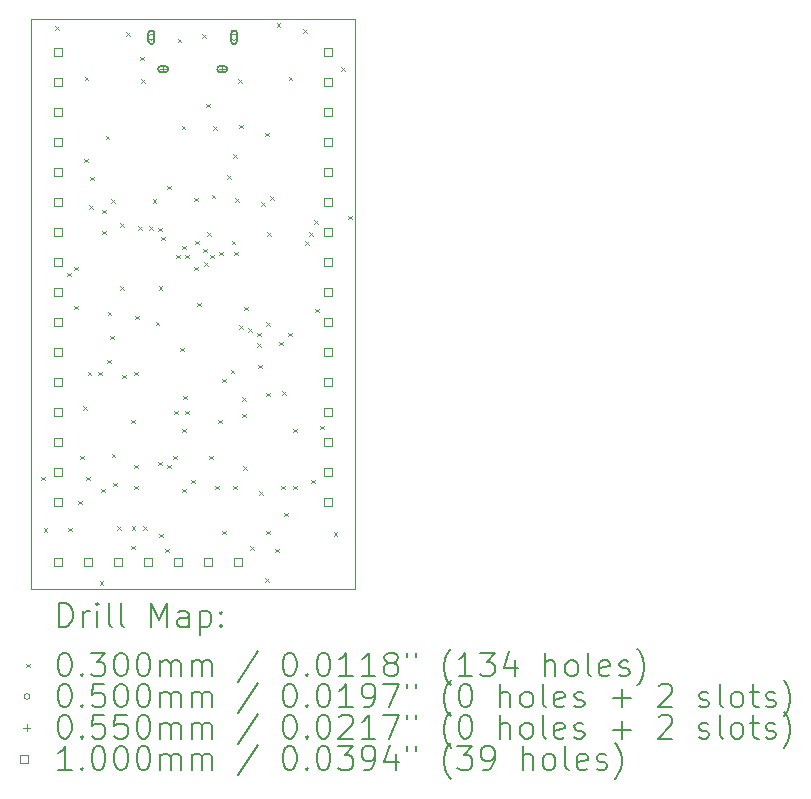
<source format=gbr>
%TF.GenerationSoftware,KiCad,Pcbnew,7.0.1*%
%TF.CreationDate,2024-07-03T15:17:04+02:00*%
%TF.ProjectId,iCE40DevBoard,69434534-3044-4657-9642-6f6172642e6b,rev?*%
%TF.SameCoordinates,Original*%
%TF.FileFunction,Drillmap*%
%TF.FilePolarity,Positive*%
%FSLAX45Y45*%
G04 Gerber Fmt 4.5, Leading zero omitted, Abs format (unit mm)*
G04 Created by KiCad (PCBNEW 7.0.1) date 2024-07-03 15:17:04*
%MOMM*%
%LPD*%
G01*
G04 APERTURE LIST*
%ADD10C,0.100000*%
%ADD11C,0.200000*%
%ADD12C,0.030000*%
%ADD13C,0.050000*%
%ADD14C,0.055000*%
G04 APERTURE END LIST*
D10*
X17550000Y-9625000D02*
X20300000Y-9625000D01*
X17550000Y-4800000D02*
X17550000Y-9625000D01*
X20300000Y-4800000D02*
X17550000Y-4800000D01*
X20300000Y-9625000D02*
X20300000Y-4800000D01*
D11*
D12*
X17638000Y-8671800D02*
X17668000Y-8701800D01*
X17668000Y-8671800D02*
X17638000Y-8701800D01*
X17660000Y-9110000D02*
X17690000Y-9140000D01*
X17690000Y-9110000D02*
X17660000Y-9140000D01*
X17760000Y-4860000D02*
X17790000Y-4890000D01*
X17790000Y-4860000D02*
X17760000Y-4890000D01*
X17861520Y-6944600D02*
X17891520Y-6974600D01*
X17891520Y-6944600D02*
X17861520Y-6974600D01*
X17866600Y-9103600D02*
X17896600Y-9133600D01*
X17896600Y-9103600D02*
X17866600Y-9133600D01*
X17917400Y-6893800D02*
X17947400Y-6923800D01*
X17947400Y-6893800D02*
X17917400Y-6923800D01*
X17917400Y-7224000D02*
X17947400Y-7254000D01*
X17947400Y-7224000D02*
X17917400Y-7254000D01*
X17955000Y-8875000D02*
X17985000Y-8905000D01*
X17985000Y-8875000D02*
X17955000Y-8905000D01*
X17968200Y-8494000D02*
X17998200Y-8524000D01*
X17998200Y-8494000D02*
X17968200Y-8524000D01*
X17995000Y-8075000D02*
X18025000Y-8105000D01*
X18025000Y-8075000D02*
X17995000Y-8105000D01*
X18006300Y-5979400D02*
X18036300Y-6009400D01*
X18036300Y-5979400D02*
X18006300Y-6009400D01*
X18010000Y-5285000D02*
X18040000Y-5315000D01*
X18040000Y-5285000D02*
X18010000Y-5315000D01*
X18019000Y-8671800D02*
X18049000Y-8701800D01*
X18049000Y-8671800D02*
X18019000Y-8701800D01*
X18035000Y-7785000D02*
X18065000Y-7815000D01*
X18065000Y-7785000D02*
X18035000Y-7815000D01*
X18044400Y-6373100D02*
X18074400Y-6403100D01*
X18074400Y-6373100D02*
X18044400Y-6403100D01*
X18057100Y-6131800D02*
X18087100Y-6161800D01*
X18087100Y-6131800D02*
X18057100Y-6161800D01*
X18120600Y-7782800D02*
X18150600Y-7812800D01*
X18150600Y-7782800D02*
X18120600Y-7812800D01*
X18135000Y-9560000D02*
X18165000Y-9590000D01*
X18165000Y-9560000D02*
X18135000Y-9590000D01*
X18146000Y-8773400D02*
X18176000Y-8803400D01*
X18176000Y-8773400D02*
X18146000Y-8803400D01*
X18158700Y-6411200D02*
X18188700Y-6441200D01*
X18188700Y-6411200D02*
X18158700Y-6441200D01*
X18158700Y-6589000D02*
X18188700Y-6619000D01*
X18188700Y-6589000D02*
X18158700Y-6619000D01*
X18185000Y-5785000D02*
X18215000Y-5815000D01*
X18215000Y-5785000D02*
X18185000Y-5815000D01*
X18196800Y-7681200D02*
X18226800Y-7711200D01*
X18226800Y-7681200D02*
X18196800Y-7711200D01*
X18205000Y-7275000D02*
X18235000Y-7305000D01*
X18235000Y-7275000D02*
X18205000Y-7305000D01*
X18222200Y-7478000D02*
X18252200Y-7508000D01*
X18252200Y-7478000D02*
X18222200Y-7508000D01*
X18234900Y-6322300D02*
X18264900Y-6352300D01*
X18264900Y-6322300D02*
X18234900Y-6352300D01*
X18237500Y-8478700D02*
X18267500Y-8508700D01*
X18267500Y-8478700D02*
X18237500Y-8508700D01*
X18247600Y-8722600D02*
X18277600Y-8752600D01*
X18277600Y-8722600D02*
X18247600Y-8752600D01*
X18285700Y-9090900D02*
X18315700Y-9120900D01*
X18315700Y-9090900D02*
X18285700Y-9120900D01*
X18310000Y-7060000D02*
X18340000Y-7090000D01*
X18340000Y-7060000D02*
X18310000Y-7090000D01*
X18311100Y-6525500D02*
X18341100Y-6555500D01*
X18341100Y-6525500D02*
X18311100Y-6555500D01*
X18323800Y-7808200D02*
X18353800Y-7838200D01*
X18353800Y-7808200D02*
X18323800Y-7838200D01*
X18360000Y-4910000D02*
X18390000Y-4940000D01*
X18390000Y-4910000D02*
X18360000Y-4940000D01*
X18400000Y-8189200D02*
X18430000Y-8219200D01*
X18430000Y-8189200D02*
X18400000Y-8219200D01*
X18400000Y-9256000D02*
X18430000Y-9286000D01*
X18430000Y-9256000D02*
X18400000Y-9286000D01*
X18405080Y-9090900D02*
X18435080Y-9120900D01*
X18435080Y-9090900D02*
X18405080Y-9120900D01*
X18425400Y-7782800D02*
X18455400Y-7812800D01*
X18455400Y-7782800D02*
X18425400Y-7812800D01*
X18425400Y-8570200D02*
X18455400Y-8600200D01*
X18455400Y-8570200D02*
X18425400Y-8600200D01*
X18425400Y-8748000D02*
X18455400Y-8778000D01*
X18455400Y-8748000D02*
X18425400Y-8778000D01*
X18435000Y-7310000D02*
X18465000Y-7340000D01*
X18465000Y-7310000D02*
X18435000Y-7340000D01*
X18463500Y-6550900D02*
X18493500Y-6580900D01*
X18493500Y-6550900D02*
X18463500Y-6580900D01*
X18476200Y-5115800D02*
X18506200Y-5145800D01*
X18506200Y-5115800D02*
X18476200Y-5145800D01*
X18485000Y-5310000D02*
X18515000Y-5340000D01*
X18515000Y-5310000D02*
X18485000Y-5340000D01*
X18501600Y-9090900D02*
X18531600Y-9120900D01*
X18531600Y-9090900D02*
X18501600Y-9120900D01*
X18552400Y-6550900D02*
X18582400Y-6580900D01*
X18582400Y-6550900D02*
X18552400Y-6580900D01*
X18585000Y-6325000D02*
X18615000Y-6355000D01*
X18615000Y-6325000D02*
X18585000Y-6355000D01*
X18610000Y-7360000D02*
X18640000Y-7390000D01*
X18640000Y-7360000D02*
X18610000Y-7390000D01*
X18628600Y-6563600D02*
X18658600Y-6593600D01*
X18658600Y-6563600D02*
X18628600Y-6593600D01*
X18628600Y-8544800D02*
X18658600Y-8574800D01*
X18658600Y-8544800D02*
X18628600Y-8574800D01*
X18635000Y-7060000D02*
X18665000Y-7090000D01*
X18665000Y-7060000D02*
X18635000Y-7090000D01*
X18641300Y-9154400D02*
X18671300Y-9184400D01*
X18671300Y-9154400D02*
X18641300Y-9184400D01*
X18654000Y-6639800D02*
X18684000Y-6669800D01*
X18684000Y-6639800D02*
X18654000Y-6669800D01*
X18692100Y-9281400D02*
X18722100Y-9311400D01*
X18722100Y-9281400D02*
X18692100Y-9311400D01*
X18704800Y-6208000D02*
X18734800Y-6238000D01*
X18734800Y-6208000D02*
X18704800Y-6238000D01*
X18704800Y-8570200D02*
X18734800Y-8600200D01*
X18734800Y-8570200D02*
X18704800Y-8600200D01*
X18755600Y-8494000D02*
X18785600Y-8524000D01*
X18785600Y-8494000D02*
X18755600Y-8524000D01*
X18765000Y-8115000D02*
X18795000Y-8145000D01*
X18795000Y-8115000D02*
X18765000Y-8145000D01*
X18781000Y-6792200D02*
X18811000Y-6822200D01*
X18811000Y-6792200D02*
X18781000Y-6822200D01*
X18795000Y-4965000D02*
X18825000Y-4995000D01*
X18825000Y-4965000D02*
X18795000Y-4995000D01*
X18819100Y-7579600D02*
X18849100Y-7609600D01*
X18849100Y-7579600D02*
X18819100Y-7609600D01*
X18830500Y-5700000D02*
X18860500Y-5730000D01*
X18860500Y-5700000D02*
X18830500Y-5730000D01*
X18831800Y-6716000D02*
X18861800Y-6746000D01*
X18861800Y-6716000D02*
X18831800Y-6746000D01*
X18831800Y-8265400D02*
X18861800Y-8295400D01*
X18861800Y-8265400D02*
X18831800Y-8295400D01*
X18831800Y-8773400D02*
X18861800Y-8803400D01*
X18861800Y-8773400D02*
X18831800Y-8803400D01*
X18844500Y-7986000D02*
X18874500Y-8016000D01*
X18874500Y-7986000D02*
X18844500Y-8016000D01*
X18857200Y-6792200D02*
X18887200Y-6822200D01*
X18887200Y-6792200D02*
X18857200Y-6822200D01*
X18857200Y-8113000D02*
X18887200Y-8143000D01*
X18887200Y-8113000D02*
X18857200Y-8143000D01*
X18910540Y-8699740D02*
X18940540Y-8729740D01*
X18940540Y-8699740D02*
X18910540Y-8729740D01*
X18933400Y-6893800D02*
X18963400Y-6923800D01*
X18963400Y-6893800D02*
X18933400Y-6923800D01*
X18935000Y-6310000D02*
X18965000Y-6340000D01*
X18965000Y-6310000D02*
X18935000Y-6340000D01*
X18945000Y-6675000D02*
X18975000Y-6705000D01*
X18975000Y-6675000D02*
X18945000Y-6705000D01*
X18958800Y-7198600D02*
X18988800Y-7228600D01*
X18988800Y-7198600D02*
X18958800Y-7228600D01*
X19005000Y-4925000D02*
X19035000Y-4955000D01*
X19035000Y-4925000D02*
X19005000Y-4955000D01*
X19009600Y-6741400D02*
X19039600Y-6771400D01*
X19039600Y-6741400D02*
X19009600Y-6771400D01*
X19022300Y-6855700D02*
X19052300Y-6885700D01*
X19052300Y-6855700D02*
X19022300Y-6885700D01*
X19035000Y-5515000D02*
X19065000Y-5545000D01*
X19065000Y-5515000D02*
X19035000Y-5545000D01*
X19047700Y-6601700D02*
X19077700Y-6631700D01*
X19077700Y-6601700D02*
X19047700Y-6631700D01*
X19060400Y-8494000D02*
X19090400Y-8524000D01*
X19090400Y-8494000D02*
X19060400Y-8524000D01*
X19073100Y-6792200D02*
X19103100Y-6822200D01*
X19103100Y-6792200D02*
X19073100Y-6822200D01*
X19085000Y-6285000D02*
X19115000Y-6315000D01*
X19115000Y-6285000D02*
X19085000Y-6315000D01*
X19095000Y-5705000D02*
X19125000Y-5735000D01*
X19125000Y-5705000D02*
X19095000Y-5735000D01*
X19111200Y-8748000D02*
X19141200Y-8778000D01*
X19141200Y-8748000D02*
X19111200Y-8778000D01*
X19136600Y-8189200D02*
X19166600Y-8219200D01*
X19166600Y-8189200D02*
X19136600Y-8219200D01*
X19149300Y-6766800D02*
X19179300Y-6796800D01*
X19179300Y-6766800D02*
X19149300Y-6796800D01*
X19172160Y-7843760D02*
X19202160Y-7873760D01*
X19202160Y-7843760D02*
X19172160Y-7873760D01*
X19174700Y-9129000D02*
X19204700Y-9159000D01*
X19204700Y-9129000D02*
X19174700Y-9159000D01*
X19212800Y-6119100D02*
X19242800Y-6149100D01*
X19242800Y-6119100D02*
X19212800Y-6149100D01*
X19243280Y-7767560D02*
X19273280Y-7797560D01*
X19273280Y-7767560D02*
X19243280Y-7797560D01*
X19255000Y-6675000D02*
X19285000Y-6705000D01*
X19285000Y-6675000D02*
X19255000Y-6705000D01*
X19263600Y-5941300D02*
X19293600Y-5971300D01*
X19293600Y-5941300D02*
X19263600Y-5971300D01*
X19263600Y-8748000D02*
X19293600Y-8778000D01*
X19293600Y-8748000D02*
X19263600Y-8778000D01*
X19276300Y-6766800D02*
X19306300Y-6796800D01*
X19306300Y-6766800D02*
X19276300Y-6796800D01*
X19285000Y-6315000D02*
X19315000Y-6345000D01*
X19315000Y-6315000D02*
X19285000Y-6345000D01*
X19310000Y-5310000D02*
X19340000Y-5340000D01*
X19340000Y-5310000D02*
X19310000Y-5340000D01*
X19314400Y-7389100D02*
X19344400Y-7419100D01*
X19344400Y-7389100D02*
X19314400Y-7419100D01*
X19315000Y-5695000D02*
X19345000Y-5725000D01*
X19345000Y-5695000D02*
X19315000Y-5725000D01*
X19339800Y-7998700D02*
X19369800Y-8028700D01*
X19369800Y-7998700D02*
X19339800Y-8028700D01*
X19339800Y-8138400D02*
X19369800Y-8168400D01*
X19369800Y-8138400D02*
X19339800Y-8168400D01*
X19352500Y-8582900D02*
X19382500Y-8612900D01*
X19382500Y-8582900D02*
X19352500Y-8612900D01*
X19360000Y-7235000D02*
X19390000Y-7265000D01*
X19390000Y-7235000D02*
X19360000Y-7265000D01*
X19390600Y-7414500D02*
X19420600Y-7444500D01*
X19420600Y-7414500D02*
X19390600Y-7444500D01*
X19410000Y-9260000D02*
X19440000Y-9290000D01*
X19440000Y-9260000D02*
X19410000Y-9290000D01*
X19466800Y-7452600D02*
X19496800Y-7482600D01*
X19496800Y-7452600D02*
X19466800Y-7482600D01*
X19466800Y-7541500D02*
X19496800Y-7571500D01*
X19496800Y-7541500D02*
X19466800Y-7571500D01*
X19479500Y-7725000D02*
X19509500Y-7755000D01*
X19509500Y-7725000D02*
X19479500Y-7755000D01*
X19485000Y-8795000D02*
X19515000Y-8825000D01*
X19515000Y-8795000D02*
X19485000Y-8825000D01*
X19504900Y-6347700D02*
X19534900Y-6377700D01*
X19534900Y-6347700D02*
X19504900Y-6377700D01*
X19535000Y-5760000D02*
X19565000Y-5790000D01*
X19565000Y-5760000D02*
X19535000Y-5790000D01*
X19535000Y-9535000D02*
X19565000Y-9565000D01*
X19565000Y-9535000D02*
X19535000Y-9565000D01*
X19543000Y-7363700D02*
X19573000Y-7393700D01*
X19573000Y-7363700D02*
X19543000Y-7393700D01*
X19543000Y-7960600D02*
X19573000Y-7990600D01*
X19573000Y-7960600D02*
X19543000Y-7990600D01*
X19543000Y-9129000D02*
X19573000Y-9159000D01*
X19573000Y-9129000D02*
X19543000Y-9159000D01*
X19555700Y-6601700D02*
X19585700Y-6631700D01*
X19585700Y-6601700D02*
X19555700Y-6631700D01*
X19581100Y-6296900D02*
X19611100Y-6326900D01*
X19611100Y-6296900D02*
X19581100Y-6326900D01*
X19619200Y-9281400D02*
X19649200Y-9311400D01*
X19649200Y-9281400D02*
X19619200Y-9311400D01*
X19635000Y-4835000D02*
X19665000Y-4865000D01*
X19665000Y-4835000D02*
X19635000Y-4865000D01*
X19657300Y-7528800D02*
X19687300Y-7558800D01*
X19687300Y-7528800D02*
X19657300Y-7558800D01*
X19670000Y-8748000D02*
X19700000Y-8778000D01*
X19700000Y-8748000D02*
X19670000Y-8778000D01*
X19682700Y-7947900D02*
X19712700Y-7977900D01*
X19712700Y-7947900D02*
X19682700Y-7977900D01*
X19695400Y-8976600D02*
X19725400Y-9006600D01*
X19725400Y-8976600D02*
X19695400Y-9006600D01*
X19733500Y-7452600D02*
X19763500Y-7482600D01*
X19763500Y-7452600D02*
X19733500Y-7482600D01*
X19735000Y-5285000D02*
X19765000Y-5315000D01*
X19765000Y-5285000D02*
X19735000Y-5315000D01*
X19771600Y-8265400D02*
X19801600Y-8295400D01*
X19801600Y-8265400D02*
X19771600Y-8295400D01*
X19771600Y-8748000D02*
X19801600Y-8778000D01*
X19801600Y-8748000D02*
X19771600Y-8778000D01*
X19860000Y-4885000D02*
X19890000Y-4915000D01*
X19890000Y-4885000D02*
X19860000Y-4915000D01*
X19873200Y-6677900D02*
X19903200Y-6707900D01*
X19903200Y-6677900D02*
X19873200Y-6707900D01*
X19911300Y-6601700D02*
X19941300Y-6631700D01*
X19941300Y-6601700D02*
X19911300Y-6631700D01*
X19924000Y-8697200D02*
X19954000Y-8727200D01*
X19954000Y-8697200D02*
X19924000Y-8727200D01*
X19949400Y-6500100D02*
X19979400Y-6530100D01*
X19979400Y-6500100D02*
X19949400Y-6530100D01*
X19962100Y-7249400D02*
X19992100Y-7279400D01*
X19992100Y-7249400D02*
X19962100Y-7279400D01*
X20000200Y-8240000D02*
X20030200Y-8270000D01*
X20030200Y-8240000D02*
X20000200Y-8270000D01*
X20115000Y-9145000D02*
X20145000Y-9175000D01*
X20145000Y-9145000D02*
X20115000Y-9175000D01*
X20178000Y-5204700D02*
X20208000Y-5234700D01*
X20208000Y-5204700D02*
X20178000Y-5234700D01*
X20238400Y-6462000D02*
X20268400Y-6492000D01*
X20268400Y-6462000D02*
X20238400Y-6492000D01*
D13*
X18598000Y-4953000D02*
G75*
G03*
X18598000Y-4953000I-25000J0D01*
G01*
D11*
X18598000Y-4985500D02*
X18598000Y-4920500D01*
X18598000Y-4920500D02*
G75*
G03*
X18548000Y-4920500I-25000J0D01*
G01*
X18548000Y-4920500D02*
X18548000Y-4985500D01*
X18548000Y-4985500D02*
G75*
G03*
X18598000Y-4985500I25000J0D01*
G01*
D13*
X19298000Y-4953000D02*
G75*
G03*
X19298000Y-4953000I-25000J0D01*
G01*
D11*
X19298000Y-4985500D02*
X19298000Y-4920500D01*
X19298000Y-4920500D02*
G75*
G03*
X19248000Y-4920500I-25000J0D01*
G01*
X19248000Y-4920500D02*
X19248000Y-4985500D01*
X19248000Y-4985500D02*
G75*
G03*
X19298000Y-4985500I25000J0D01*
G01*
D14*
X18673000Y-5195500D02*
X18673000Y-5250500D01*
X18645500Y-5223000D02*
X18700500Y-5223000D01*
D11*
X18688025Y-5195500D02*
X18657975Y-5195500D01*
X18657975Y-5195500D02*
G75*
G03*
X18657975Y-5250500I0J-27500D01*
G01*
X18657975Y-5250500D02*
X18688025Y-5250500D01*
X18688025Y-5250500D02*
G75*
G03*
X18688025Y-5195500I0J27500D01*
G01*
D14*
X19173000Y-5195500D02*
X19173000Y-5250500D01*
X19145500Y-5223000D02*
X19200500Y-5223000D01*
D11*
X19188025Y-5195500D02*
X19157975Y-5195500D01*
X19157975Y-5195500D02*
G75*
G03*
X19157975Y-5250500I0J-27500D01*
G01*
X19157975Y-5250500D02*
X19188025Y-5250500D01*
X19188025Y-5250500D02*
G75*
G03*
X19188025Y-5195500I0J27500D01*
G01*
D10*
X17815356Y-5115356D02*
X17815356Y-5044644D01*
X17744644Y-5044644D01*
X17744644Y-5115356D01*
X17815356Y-5115356D01*
X17815356Y-5369356D02*
X17815356Y-5298644D01*
X17744644Y-5298644D01*
X17744644Y-5369356D01*
X17815356Y-5369356D01*
X17815356Y-5623356D02*
X17815356Y-5552644D01*
X17744644Y-5552644D01*
X17744644Y-5623356D01*
X17815356Y-5623356D01*
X17815356Y-5877356D02*
X17815356Y-5806644D01*
X17744644Y-5806644D01*
X17744644Y-5877356D01*
X17815356Y-5877356D01*
X17815356Y-6131356D02*
X17815356Y-6060644D01*
X17744644Y-6060644D01*
X17744644Y-6131356D01*
X17815356Y-6131356D01*
X17815356Y-6385356D02*
X17815356Y-6314644D01*
X17744644Y-6314644D01*
X17744644Y-6385356D01*
X17815356Y-6385356D01*
X17815356Y-6639356D02*
X17815356Y-6568644D01*
X17744644Y-6568644D01*
X17744644Y-6639356D01*
X17815356Y-6639356D01*
X17815356Y-6893356D02*
X17815356Y-6822644D01*
X17744644Y-6822644D01*
X17744644Y-6893356D01*
X17815356Y-6893356D01*
X17815356Y-7147356D02*
X17815356Y-7076644D01*
X17744644Y-7076644D01*
X17744644Y-7147356D01*
X17815356Y-7147356D01*
X17815356Y-7401356D02*
X17815356Y-7330644D01*
X17744644Y-7330644D01*
X17744644Y-7401356D01*
X17815356Y-7401356D01*
X17815356Y-7655356D02*
X17815356Y-7584644D01*
X17744644Y-7584644D01*
X17744644Y-7655356D01*
X17815356Y-7655356D01*
X17815356Y-7909356D02*
X17815356Y-7838644D01*
X17744644Y-7838644D01*
X17744644Y-7909356D01*
X17815356Y-7909356D01*
X17815356Y-8163356D02*
X17815356Y-8092644D01*
X17744644Y-8092644D01*
X17744644Y-8163356D01*
X17815356Y-8163356D01*
X17815356Y-8417356D02*
X17815356Y-8346644D01*
X17744644Y-8346644D01*
X17744644Y-8417356D01*
X17815356Y-8417356D01*
X17815356Y-8671356D02*
X17815356Y-8600644D01*
X17744644Y-8600644D01*
X17744644Y-8671356D01*
X17815356Y-8671356D01*
X17815356Y-8925356D02*
X17815356Y-8854644D01*
X17744644Y-8854644D01*
X17744644Y-8925356D01*
X17815356Y-8925356D01*
X17815356Y-9433356D02*
X17815356Y-9362644D01*
X17744644Y-9362644D01*
X17744644Y-9433356D01*
X17815356Y-9433356D01*
X18069356Y-9433356D02*
X18069356Y-9362644D01*
X17998644Y-9362644D01*
X17998644Y-9433356D01*
X18069356Y-9433356D01*
X18323356Y-9433356D02*
X18323356Y-9362644D01*
X18252644Y-9362644D01*
X18252644Y-9433356D01*
X18323356Y-9433356D01*
X18577356Y-9433356D02*
X18577356Y-9362644D01*
X18506644Y-9362644D01*
X18506644Y-9433356D01*
X18577356Y-9433356D01*
X18831356Y-9433356D02*
X18831356Y-9362644D01*
X18760644Y-9362644D01*
X18760644Y-9433356D01*
X18831356Y-9433356D01*
X19085356Y-9433356D02*
X19085356Y-9362644D01*
X19014644Y-9362644D01*
X19014644Y-9433356D01*
X19085356Y-9433356D01*
X19339356Y-9433356D02*
X19339356Y-9362644D01*
X19268644Y-9362644D01*
X19268644Y-9433356D01*
X19339356Y-9433356D01*
X20101356Y-5115356D02*
X20101356Y-5044644D01*
X20030644Y-5044644D01*
X20030644Y-5115356D01*
X20101356Y-5115356D01*
X20101356Y-5369356D02*
X20101356Y-5298644D01*
X20030644Y-5298644D01*
X20030644Y-5369356D01*
X20101356Y-5369356D01*
X20101356Y-5623356D02*
X20101356Y-5552644D01*
X20030644Y-5552644D01*
X20030644Y-5623356D01*
X20101356Y-5623356D01*
X20101356Y-5877356D02*
X20101356Y-5806644D01*
X20030644Y-5806644D01*
X20030644Y-5877356D01*
X20101356Y-5877356D01*
X20101356Y-6131356D02*
X20101356Y-6060644D01*
X20030644Y-6060644D01*
X20030644Y-6131356D01*
X20101356Y-6131356D01*
X20101356Y-6385356D02*
X20101356Y-6314644D01*
X20030644Y-6314644D01*
X20030644Y-6385356D01*
X20101356Y-6385356D01*
X20101356Y-6639356D02*
X20101356Y-6568644D01*
X20030644Y-6568644D01*
X20030644Y-6639356D01*
X20101356Y-6639356D01*
X20101356Y-6893356D02*
X20101356Y-6822644D01*
X20030644Y-6822644D01*
X20030644Y-6893356D01*
X20101356Y-6893356D01*
X20101356Y-7147356D02*
X20101356Y-7076644D01*
X20030644Y-7076644D01*
X20030644Y-7147356D01*
X20101356Y-7147356D01*
X20101356Y-7401356D02*
X20101356Y-7330644D01*
X20030644Y-7330644D01*
X20030644Y-7401356D01*
X20101356Y-7401356D01*
X20101356Y-7655356D02*
X20101356Y-7584644D01*
X20030644Y-7584644D01*
X20030644Y-7655356D01*
X20101356Y-7655356D01*
X20101356Y-7909356D02*
X20101356Y-7838644D01*
X20030644Y-7838644D01*
X20030644Y-7909356D01*
X20101356Y-7909356D01*
X20101356Y-8163356D02*
X20101356Y-8092644D01*
X20030644Y-8092644D01*
X20030644Y-8163356D01*
X20101356Y-8163356D01*
X20101356Y-8417356D02*
X20101356Y-8346644D01*
X20030644Y-8346644D01*
X20030644Y-8417356D01*
X20101356Y-8417356D01*
X20101356Y-8671356D02*
X20101356Y-8600644D01*
X20030644Y-8600644D01*
X20030644Y-8671356D01*
X20101356Y-8671356D01*
X20101356Y-8925356D02*
X20101356Y-8854644D01*
X20030644Y-8854644D01*
X20030644Y-8925356D01*
X20101356Y-8925356D01*
D11*
X17792619Y-9942524D02*
X17792619Y-9742524D01*
X17792619Y-9742524D02*
X17840238Y-9742524D01*
X17840238Y-9742524D02*
X17868810Y-9752048D01*
X17868810Y-9752048D02*
X17887857Y-9771095D01*
X17887857Y-9771095D02*
X17897381Y-9790143D01*
X17897381Y-9790143D02*
X17906905Y-9828238D01*
X17906905Y-9828238D02*
X17906905Y-9856810D01*
X17906905Y-9856810D02*
X17897381Y-9894905D01*
X17897381Y-9894905D02*
X17887857Y-9913952D01*
X17887857Y-9913952D02*
X17868810Y-9933000D01*
X17868810Y-9933000D02*
X17840238Y-9942524D01*
X17840238Y-9942524D02*
X17792619Y-9942524D01*
X17992619Y-9942524D02*
X17992619Y-9809190D01*
X17992619Y-9847286D02*
X18002143Y-9828238D01*
X18002143Y-9828238D02*
X18011667Y-9818714D01*
X18011667Y-9818714D02*
X18030714Y-9809190D01*
X18030714Y-9809190D02*
X18049762Y-9809190D01*
X18116429Y-9942524D02*
X18116429Y-9809190D01*
X18116429Y-9742524D02*
X18106905Y-9752048D01*
X18106905Y-9752048D02*
X18116429Y-9761571D01*
X18116429Y-9761571D02*
X18125952Y-9752048D01*
X18125952Y-9752048D02*
X18116429Y-9742524D01*
X18116429Y-9742524D02*
X18116429Y-9761571D01*
X18240238Y-9942524D02*
X18221190Y-9933000D01*
X18221190Y-9933000D02*
X18211667Y-9913952D01*
X18211667Y-9913952D02*
X18211667Y-9742524D01*
X18345000Y-9942524D02*
X18325952Y-9933000D01*
X18325952Y-9933000D02*
X18316429Y-9913952D01*
X18316429Y-9913952D02*
X18316429Y-9742524D01*
X18573571Y-9942524D02*
X18573571Y-9742524D01*
X18573571Y-9742524D02*
X18640238Y-9885381D01*
X18640238Y-9885381D02*
X18706905Y-9742524D01*
X18706905Y-9742524D02*
X18706905Y-9942524D01*
X18887857Y-9942524D02*
X18887857Y-9837762D01*
X18887857Y-9837762D02*
X18878333Y-9818714D01*
X18878333Y-9818714D02*
X18859286Y-9809190D01*
X18859286Y-9809190D02*
X18821190Y-9809190D01*
X18821190Y-9809190D02*
X18802143Y-9818714D01*
X18887857Y-9933000D02*
X18868810Y-9942524D01*
X18868810Y-9942524D02*
X18821190Y-9942524D01*
X18821190Y-9942524D02*
X18802143Y-9933000D01*
X18802143Y-9933000D02*
X18792619Y-9913952D01*
X18792619Y-9913952D02*
X18792619Y-9894905D01*
X18792619Y-9894905D02*
X18802143Y-9875857D01*
X18802143Y-9875857D02*
X18821190Y-9866333D01*
X18821190Y-9866333D02*
X18868810Y-9866333D01*
X18868810Y-9866333D02*
X18887857Y-9856810D01*
X18983095Y-9809190D02*
X18983095Y-10009190D01*
X18983095Y-9818714D02*
X19002143Y-9809190D01*
X19002143Y-9809190D02*
X19040238Y-9809190D01*
X19040238Y-9809190D02*
X19059286Y-9818714D01*
X19059286Y-9818714D02*
X19068810Y-9828238D01*
X19068810Y-9828238D02*
X19078333Y-9847286D01*
X19078333Y-9847286D02*
X19078333Y-9904429D01*
X19078333Y-9904429D02*
X19068810Y-9923476D01*
X19068810Y-9923476D02*
X19059286Y-9933000D01*
X19059286Y-9933000D02*
X19040238Y-9942524D01*
X19040238Y-9942524D02*
X19002143Y-9942524D01*
X19002143Y-9942524D02*
X18983095Y-9933000D01*
X19164048Y-9923476D02*
X19173571Y-9933000D01*
X19173571Y-9933000D02*
X19164048Y-9942524D01*
X19164048Y-9942524D02*
X19154524Y-9933000D01*
X19154524Y-9933000D02*
X19164048Y-9923476D01*
X19164048Y-9923476D02*
X19164048Y-9942524D01*
X19164048Y-9818714D02*
X19173571Y-9828238D01*
X19173571Y-9828238D02*
X19164048Y-9837762D01*
X19164048Y-9837762D02*
X19154524Y-9828238D01*
X19154524Y-9828238D02*
X19164048Y-9818714D01*
X19164048Y-9818714D02*
X19164048Y-9837762D01*
D12*
X17515000Y-10255000D02*
X17545000Y-10285000D01*
X17545000Y-10255000D02*
X17515000Y-10285000D01*
D11*
X17830714Y-10162524D02*
X17849762Y-10162524D01*
X17849762Y-10162524D02*
X17868810Y-10172048D01*
X17868810Y-10172048D02*
X17878333Y-10181571D01*
X17878333Y-10181571D02*
X17887857Y-10200619D01*
X17887857Y-10200619D02*
X17897381Y-10238714D01*
X17897381Y-10238714D02*
X17897381Y-10286333D01*
X17897381Y-10286333D02*
X17887857Y-10324429D01*
X17887857Y-10324429D02*
X17878333Y-10343476D01*
X17878333Y-10343476D02*
X17868810Y-10353000D01*
X17868810Y-10353000D02*
X17849762Y-10362524D01*
X17849762Y-10362524D02*
X17830714Y-10362524D01*
X17830714Y-10362524D02*
X17811667Y-10353000D01*
X17811667Y-10353000D02*
X17802143Y-10343476D01*
X17802143Y-10343476D02*
X17792619Y-10324429D01*
X17792619Y-10324429D02*
X17783095Y-10286333D01*
X17783095Y-10286333D02*
X17783095Y-10238714D01*
X17783095Y-10238714D02*
X17792619Y-10200619D01*
X17792619Y-10200619D02*
X17802143Y-10181571D01*
X17802143Y-10181571D02*
X17811667Y-10172048D01*
X17811667Y-10172048D02*
X17830714Y-10162524D01*
X17983095Y-10343476D02*
X17992619Y-10353000D01*
X17992619Y-10353000D02*
X17983095Y-10362524D01*
X17983095Y-10362524D02*
X17973571Y-10353000D01*
X17973571Y-10353000D02*
X17983095Y-10343476D01*
X17983095Y-10343476D02*
X17983095Y-10362524D01*
X18059286Y-10162524D02*
X18183095Y-10162524D01*
X18183095Y-10162524D02*
X18116429Y-10238714D01*
X18116429Y-10238714D02*
X18145000Y-10238714D01*
X18145000Y-10238714D02*
X18164048Y-10248238D01*
X18164048Y-10248238D02*
X18173571Y-10257762D01*
X18173571Y-10257762D02*
X18183095Y-10276810D01*
X18183095Y-10276810D02*
X18183095Y-10324429D01*
X18183095Y-10324429D02*
X18173571Y-10343476D01*
X18173571Y-10343476D02*
X18164048Y-10353000D01*
X18164048Y-10353000D02*
X18145000Y-10362524D01*
X18145000Y-10362524D02*
X18087857Y-10362524D01*
X18087857Y-10362524D02*
X18068810Y-10353000D01*
X18068810Y-10353000D02*
X18059286Y-10343476D01*
X18306905Y-10162524D02*
X18325952Y-10162524D01*
X18325952Y-10162524D02*
X18345000Y-10172048D01*
X18345000Y-10172048D02*
X18354524Y-10181571D01*
X18354524Y-10181571D02*
X18364048Y-10200619D01*
X18364048Y-10200619D02*
X18373571Y-10238714D01*
X18373571Y-10238714D02*
X18373571Y-10286333D01*
X18373571Y-10286333D02*
X18364048Y-10324429D01*
X18364048Y-10324429D02*
X18354524Y-10343476D01*
X18354524Y-10343476D02*
X18345000Y-10353000D01*
X18345000Y-10353000D02*
X18325952Y-10362524D01*
X18325952Y-10362524D02*
X18306905Y-10362524D01*
X18306905Y-10362524D02*
X18287857Y-10353000D01*
X18287857Y-10353000D02*
X18278333Y-10343476D01*
X18278333Y-10343476D02*
X18268810Y-10324429D01*
X18268810Y-10324429D02*
X18259286Y-10286333D01*
X18259286Y-10286333D02*
X18259286Y-10238714D01*
X18259286Y-10238714D02*
X18268810Y-10200619D01*
X18268810Y-10200619D02*
X18278333Y-10181571D01*
X18278333Y-10181571D02*
X18287857Y-10172048D01*
X18287857Y-10172048D02*
X18306905Y-10162524D01*
X18497381Y-10162524D02*
X18516429Y-10162524D01*
X18516429Y-10162524D02*
X18535476Y-10172048D01*
X18535476Y-10172048D02*
X18545000Y-10181571D01*
X18545000Y-10181571D02*
X18554524Y-10200619D01*
X18554524Y-10200619D02*
X18564048Y-10238714D01*
X18564048Y-10238714D02*
X18564048Y-10286333D01*
X18564048Y-10286333D02*
X18554524Y-10324429D01*
X18554524Y-10324429D02*
X18545000Y-10343476D01*
X18545000Y-10343476D02*
X18535476Y-10353000D01*
X18535476Y-10353000D02*
X18516429Y-10362524D01*
X18516429Y-10362524D02*
X18497381Y-10362524D01*
X18497381Y-10362524D02*
X18478333Y-10353000D01*
X18478333Y-10353000D02*
X18468810Y-10343476D01*
X18468810Y-10343476D02*
X18459286Y-10324429D01*
X18459286Y-10324429D02*
X18449762Y-10286333D01*
X18449762Y-10286333D02*
X18449762Y-10238714D01*
X18449762Y-10238714D02*
X18459286Y-10200619D01*
X18459286Y-10200619D02*
X18468810Y-10181571D01*
X18468810Y-10181571D02*
X18478333Y-10172048D01*
X18478333Y-10172048D02*
X18497381Y-10162524D01*
X18649762Y-10362524D02*
X18649762Y-10229190D01*
X18649762Y-10248238D02*
X18659286Y-10238714D01*
X18659286Y-10238714D02*
X18678333Y-10229190D01*
X18678333Y-10229190D02*
X18706905Y-10229190D01*
X18706905Y-10229190D02*
X18725952Y-10238714D01*
X18725952Y-10238714D02*
X18735476Y-10257762D01*
X18735476Y-10257762D02*
X18735476Y-10362524D01*
X18735476Y-10257762D02*
X18745000Y-10238714D01*
X18745000Y-10238714D02*
X18764048Y-10229190D01*
X18764048Y-10229190D02*
X18792619Y-10229190D01*
X18792619Y-10229190D02*
X18811667Y-10238714D01*
X18811667Y-10238714D02*
X18821191Y-10257762D01*
X18821191Y-10257762D02*
X18821191Y-10362524D01*
X18916429Y-10362524D02*
X18916429Y-10229190D01*
X18916429Y-10248238D02*
X18925952Y-10238714D01*
X18925952Y-10238714D02*
X18945000Y-10229190D01*
X18945000Y-10229190D02*
X18973572Y-10229190D01*
X18973572Y-10229190D02*
X18992619Y-10238714D01*
X18992619Y-10238714D02*
X19002143Y-10257762D01*
X19002143Y-10257762D02*
X19002143Y-10362524D01*
X19002143Y-10257762D02*
X19011667Y-10238714D01*
X19011667Y-10238714D02*
X19030714Y-10229190D01*
X19030714Y-10229190D02*
X19059286Y-10229190D01*
X19059286Y-10229190D02*
X19078333Y-10238714D01*
X19078333Y-10238714D02*
X19087857Y-10257762D01*
X19087857Y-10257762D02*
X19087857Y-10362524D01*
X19478333Y-10153000D02*
X19306905Y-10410143D01*
X19735476Y-10162524D02*
X19754524Y-10162524D01*
X19754524Y-10162524D02*
X19773572Y-10172048D01*
X19773572Y-10172048D02*
X19783095Y-10181571D01*
X19783095Y-10181571D02*
X19792619Y-10200619D01*
X19792619Y-10200619D02*
X19802143Y-10238714D01*
X19802143Y-10238714D02*
X19802143Y-10286333D01*
X19802143Y-10286333D02*
X19792619Y-10324429D01*
X19792619Y-10324429D02*
X19783095Y-10343476D01*
X19783095Y-10343476D02*
X19773572Y-10353000D01*
X19773572Y-10353000D02*
X19754524Y-10362524D01*
X19754524Y-10362524D02*
X19735476Y-10362524D01*
X19735476Y-10362524D02*
X19716429Y-10353000D01*
X19716429Y-10353000D02*
X19706905Y-10343476D01*
X19706905Y-10343476D02*
X19697381Y-10324429D01*
X19697381Y-10324429D02*
X19687857Y-10286333D01*
X19687857Y-10286333D02*
X19687857Y-10238714D01*
X19687857Y-10238714D02*
X19697381Y-10200619D01*
X19697381Y-10200619D02*
X19706905Y-10181571D01*
X19706905Y-10181571D02*
X19716429Y-10172048D01*
X19716429Y-10172048D02*
X19735476Y-10162524D01*
X19887857Y-10343476D02*
X19897381Y-10353000D01*
X19897381Y-10353000D02*
X19887857Y-10362524D01*
X19887857Y-10362524D02*
X19878334Y-10353000D01*
X19878334Y-10353000D02*
X19887857Y-10343476D01*
X19887857Y-10343476D02*
X19887857Y-10362524D01*
X20021191Y-10162524D02*
X20040238Y-10162524D01*
X20040238Y-10162524D02*
X20059286Y-10172048D01*
X20059286Y-10172048D02*
X20068810Y-10181571D01*
X20068810Y-10181571D02*
X20078334Y-10200619D01*
X20078334Y-10200619D02*
X20087857Y-10238714D01*
X20087857Y-10238714D02*
X20087857Y-10286333D01*
X20087857Y-10286333D02*
X20078334Y-10324429D01*
X20078334Y-10324429D02*
X20068810Y-10343476D01*
X20068810Y-10343476D02*
X20059286Y-10353000D01*
X20059286Y-10353000D02*
X20040238Y-10362524D01*
X20040238Y-10362524D02*
X20021191Y-10362524D01*
X20021191Y-10362524D02*
X20002143Y-10353000D01*
X20002143Y-10353000D02*
X19992619Y-10343476D01*
X19992619Y-10343476D02*
X19983095Y-10324429D01*
X19983095Y-10324429D02*
X19973572Y-10286333D01*
X19973572Y-10286333D02*
X19973572Y-10238714D01*
X19973572Y-10238714D02*
X19983095Y-10200619D01*
X19983095Y-10200619D02*
X19992619Y-10181571D01*
X19992619Y-10181571D02*
X20002143Y-10172048D01*
X20002143Y-10172048D02*
X20021191Y-10162524D01*
X20278334Y-10362524D02*
X20164048Y-10362524D01*
X20221191Y-10362524D02*
X20221191Y-10162524D01*
X20221191Y-10162524D02*
X20202143Y-10191095D01*
X20202143Y-10191095D02*
X20183095Y-10210143D01*
X20183095Y-10210143D02*
X20164048Y-10219667D01*
X20468810Y-10362524D02*
X20354524Y-10362524D01*
X20411667Y-10362524D02*
X20411667Y-10162524D01*
X20411667Y-10162524D02*
X20392619Y-10191095D01*
X20392619Y-10191095D02*
X20373572Y-10210143D01*
X20373572Y-10210143D02*
X20354524Y-10219667D01*
X20583095Y-10248238D02*
X20564048Y-10238714D01*
X20564048Y-10238714D02*
X20554524Y-10229190D01*
X20554524Y-10229190D02*
X20545000Y-10210143D01*
X20545000Y-10210143D02*
X20545000Y-10200619D01*
X20545000Y-10200619D02*
X20554524Y-10181571D01*
X20554524Y-10181571D02*
X20564048Y-10172048D01*
X20564048Y-10172048D02*
X20583095Y-10162524D01*
X20583095Y-10162524D02*
X20621191Y-10162524D01*
X20621191Y-10162524D02*
X20640238Y-10172048D01*
X20640238Y-10172048D02*
X20649762Y-10181571D01*
X20649762Y-10181571D02*
X20659286Y-10200619D01*
X20659286Y-10200619D02*
X20659286Y-10210143D01*
X20659286Y-10210143D02*
X20649762Y-10229190D01*
X20649762Y-10229190D02*
X20640238Y-10238714D01*
X20640238Y-10238714D02*
X20621191Y-10248238D01*
X20621191Y-10248238D02*
X20583095Y-10248238D01*
X20583095Y-10248238D02*
X20564048Y-10257762D01*
X20564048Y-10257762D02*
X20554524Y-10267286D01*
X20554524Y-10267286D02*
X20545000Y-10286333D01*
X20545000Y-10286333D02*
X20545000Y-10324429D01*
X20545000Y-10324429D02*
X20554524Y-10343476D01*
X20554524Y-10343476D02*
X20564048Y-10353000D01*
X20564048Y-10353000D02*
X20583095Y-10362524D01*
X20583095Y-10362524D02*
X20621191Y-10362524D01*
X20621191Y-10362524D02*
X20640238Y-10353000D01*
X20640238Y-10353000D02*
X20649762Y-10343476D01*
X20649762Y-10343476D02*
X20659286Y-10324429D01*
X20659286Y-10324429D02*
X20659286Y-10286333D01*
X20659286Y-10286333D02*
X20649762Y-10267286D01*
X20649762Y-10267286D02*
X20640238Y-10257762D01*
X20640238Y-10257762D02*
X20621191Y-10248238D01*
X20735476Y-10162524D02*
X20735476Y-10200619D01*
X20811667Y-10162524D02*
X20811667Y-10200619D01*
X21106905Y-10438714D02*
X21097381Y-10429190D01*
X21097381Y-10429190D02*
X21078334Y-10400619D01*
X21078334Y-10400619D02*
X21068810Y-10381571D01*
X21068810Y-10381571D02*
X21059286Y-10353000D01*
X21059286Y-10353000D02*
X21049762Y-10305381D01*
X21049762Y-10305381D02*
X21049762Y-10267286D01*
X21049762Y-10267286D02*
X21059286Y-10219667D01*
X21059286Y-10219667D02*
X21068810Y-10191095D01*
X21068810Y-10191095D02*
X21078334Y-10172048D01*
X21078334Y-10172048D02*
X21097381Y-10143476D01*
X21097381Y-10143476D02*
X21106905Y-10133952D01*
X21287857Y-10362524D02*
X21173572Y-10362524D01*
X21230715Y-10362524D02*
X21230715Y-10162524D01*
X21230715Y-10162524D02*
X21211667Y-10191095D01*
X21211667Y-10191095D02*
X21192619Y-10210143D01*
X21192619Y-10210143D02*
X21173572Y-10219667D01*
X21354524Y-10162524D02*
X21478334Y-10162524D01*
X21478334Y-10162524D02*
X21411667Y-10238714D01*
X21411667Y-10238714D02*
X21440238Y-10238714D01*
X21440238Y-10238714D02*
X21459286Y-10248238D01*
X21459286Y-10248238D02*
X21468810Y-10257762D01*
X21468810Y-10257762D02*
X21478334Y-10276810D01*
X21478334Y-10276810D02*
X21478334Y-10324429D01*
X21478334Y-10324429D02*
X21468810Y-10343476D01*
X21468810Y-10343476D02*
X21459286Y-10353000D01*
X21459286Y-10353000D02*
X21440238Y-10362524D01*
X21440238Y-10362524D02*
X21383096Y-10362524D01*
X21383096Y-10362524D02*
X21364048Y-10353000D01*
X21364048Y-10353000D02*
X21354524Y-10343476D01*
X21649762Y-10229190D02*
X21649762Y-10362524D01*
X21602143Y-10153000D02*
X21554524Y-10295857D01*
X21554524Y-10295857D02*
X21678334Y-10295857D01*
X21906905Y-10362524D02*
X21906905Y-10162524D01*
X21992619Y-10362524D02*
X21992619Y-10257762D01*
X21992619Y-10257762D02*
X21983096Y-10238714D01*
X21983096Y-10238714D02*
X21964048Y-10229190D01*
X21964048Y-10229190D02*
X21935477Y-10229190D01*
X21935477Y-10229190D02*
X21916429Y-10238714D01*
X21916429Y-10238714D02*
X21906905Y-10248238D01*
X22116429Y-10362524D02*
X22097381Y-10353000D01*
X22097381Y-10353000D02*
X22087858Y-10343476D01*
X22087858Y-10343476D02*
X22078334Y-10324429D01*
X22078334Y-10324429D02*
X22078334Y-10267286D01*
X22078334Y-10267286D02*
X22087858Y-10248238D01*
X22087858Y-10248238D02*
X22097381Y-10238714D01*
X22097381Y-10238714D02*
X22116429Y-10229190D01*
X22116429Y-10229190D02*
X22145000Y-10229190D01*
X22145000Y-10229190D02*
X22164048Y-10238714D01*
X22164048Y-10238714D02*
X22173572Y-10248238D01*
X22173572Y-10248238D02*
X22183096Y-10267286D01*
X22183096Y-10267286D02*
X22183096Y-10324429D01*
X22183096Y-10324429D02*
X22173572Y-10343476D01*
X22173572Y-10343476D02*
X22164048Y-10353000D01*
X22164048Y-10353000D02*
X22145000Y-10362524D01*
X22145000Y-10362524D02*
X22116429Y-10362524D01*
X22297381Y-10362524D02*
X22278334Y-10353000D01*
X22278334Y-10353000D02*
X22268810Y-10333952D01*
X22268810Y-10333952D02*
X22268810Y-10162524D01*
X22449762Y-10353000D02*
X22430715Y-10362524D01*
X22430715Y-10362524D02*
X22392619Y-10362524D01*
X22392619Y-10362524D02*
X22373572Y-10353000D01*
X22373572Y-10353000D02*
X22364048Y-10333952D01*
X22364048Y-10333952D02*
X22364048Y-10257762D01*
X22364048Y-10257762D02*
X22373572Y-10238714D01*
X22373572Y-10238714D02*
X22392619Y-10229190D01*
X22392619Y-10229190D02*
X22430715Y-10229190D01*
X22430715Y-10229190D02*
X22449762Y-10238714D01*
X22449762Y-10238714D02*
X22459286Y-10257762D01*
X22459286Y-10257762D02*
X22459286Y-10276810D01*
X22459286Y-10276810D02*
X22364048Y-10295857D01*
X22535477Y-10353000D02*
X22554524Y-10362524D01*
X22554524Y-10362524D02*
X22592619Y-10362524D01*
X22592619Y-10362524D02*
X22611667Y-10353000D01*
X22611667Y-10353000D02*
X22621191Y-10333952D01*
X22621191Y-10333952D02*
X22621191Y-10324429D01*
X22621191Y-10324429D02*
X22611667Y-10305381D01*
X22611667Y-10305381D02*
X22592619Y-10295857D01*
X22592619Y-10295857D02*
X22564048Y-10295857D01*
X22564048Y-10295857D02*
X22545000Y-10286333D01*
X22545000Y-10286333D02*
X22535477Y-10267286D01*
X22535477Y-10267286D02*
X22535477Y-10257762D01*
X22535477Y-10257762D02*
X22545000Y-10238714D01*
X22545000Y-10238714D02*
X22564048Y-10229190D01*
X22564048Y-10229190D02*
X22592619Y-10229190D01*
X22592619Y-10229190D02*
X22611667Y-10238714D01*
X22687858Y-10438714D02*
X22697381Y-10429190D01*
X22697381Y-10429190D02*
X22716429Y-10400619D01*
X22716429Y-10400619D02*
X22725953Y-10381571D01*
X22725953Y-10381571D02*
X22735477Y-10353000D01*
X22735477Y-10353000D02*
X22745000Y-10305381D01*
X22745000Y-10305381D02*
X22745000Y-10267286D01*
X22745000Y-10267286D02*
X22735477Y-10219667D01*
X22735477Y-10219667D02*
X22725953Y-10191095D01*
X22725953Y-10191095D02*
X22716429Y-10172048D01*
X22716429Y-10172048D02*
X22697381Y-10143476D01*
X22697381Y-10143476D02*
X22687858Y-10133952D01*
D13*
X17545000Y-10534000D02*
G75*
G03*
X17545000Y-10534000I-25000J0D01*
G01*
D11*
X17830714Y-10426524D02*
X17849762Y-10426524D01*
X17849762Y-10426524D02*
X17868810Y-10436048D01*
X17868810Y-10436048D02*
X17878333Y-10445571D01*
X17878333Y-10445571D02*
X17887857Y-10464619D01*
X17887857Y-10464619D02*
X17897381Y-10502714D01*
X17897381Y-10502714D02*
X17897381Y-10550333D01*
X17897381Y-10550333D02*
X17887857Y-10588429D01*
X17887857Y-10588429D02*
X17878333Y-10607476D01*
X17878333Y-10607476D02*
X17868810Y-10617000D01*
X17868810Y-10617000D02*
X17849762Y-10626524D01*
X17849762Y-10626524D02*
X17830714Y-10626524D01*
X17830714Y-10626524D02*
X17811667Y-10617000D01*
X17811667Y-10617000D02*
X17802143Y-10607476D01*
X17802143Y-10607476D02*
X17792619Y-10588429D01*
X17792619Y-10588429D02*
X17783095Y-10550333D01*
X17783095Y-10550333D02*
X17783095Y-10502714D01*
X17783095Y-10502714D02*
X17792619Y-10464619D01*
X17792619Y-10464619D02*
X17802143Y-10445571D01*
X17802143Y-10445571D02*
X17811667Y-10436048D01*
X17811667Y-10436048D02*
X17830714Y-10426524D01*
X17983095Y-10607476D02*
X17992619Y-10617000D01*
X17992619Y-10617000D02*
X17983095Y-10626524D01*
X17983095Y-10626524D02*
X17973571Y-10617000D01*
X17973571Y-10617000D02*
X17983095Y-10607476D01*
X17983095Y-10607476D02*
X17983095Y-10626524D01*
X18173571Y-10426524D02*
X18078333Y-10426524D01*
X18078333Y-10426524D02*
X18068810Y-10521762D01*
X18068810Y-10521762D02*
X18078333Y-10512238D01*
X18078333Y-10512238D02*
X18097381Y-10502714D01*
X18097381Y-10502714D02*
X18145000Y-10502714D01*
X18145000Y-10502714D02*
X18164048Y-10512238D01*
X18164048Y-10512238D02*
X18173571Y-10521762D01*
X18173571Y-10521762D02*
X18183095Y-10540810D01*
X18183095Y-10540810D02*
X18183095Y-10588429D01*
X18183095Y-10588429D02*
X18173571Y-10607476D01*
X18173571Y-10607476D02*
X18164048Y-10617000D01*
X18164048Y-10617000D02*
X18145000Y-10626524D01*
X18145000Y-10626524D02*
X18097381Y-10626524D01*
X18097381Y-10626524D02*
X18078333Y-10617000D01*
X18078333Y-10617000D02*
X18068810Y-10607476D01*
X18306905Y-10426524D02*
X18325952Y-10426524D01*
X18325952Y-10426524D02*
X18345000Y-10436048D01*
X18345000Y-10436048D02*
X18354524Y-10445571D01*
X18354524Y-10445571D02*
X18364048Y-10464619D01*
X18364048Y-10464619D02*
X18373571Y-10502714D01*
X18373571Y-10502714D02*
X18373571Y-10550333D01*
X18373571Y-10550333D02*
X18364048Y-10588429D01*
X18364048Y-10588429D02*
X18354524Y-10607476D01*
X18354524Y-10607476D02*
X18345000Y-10617000D01*
X18345000Y-10617000D02*
X18325952Y-10626524D01*
X18325952Y-10626524D02*
X18306905Y-10626524D01*
X18306905Y-10626524D02*
X18287857Y-10617000D01*
X18287857Y-10617000D02*
X18278333Y-10607476D01*
X18278333Y-10607476D02*
X18268810Y-10588429D01*
X18268810Y-10588429D02*
X18259286Y-10550333D01*
X18259286Y-10550333D02*
X18259286Y-10502714D01*
X18259286Y-10502714D02*
X18268810Y-10464619D01*
X18268810Y-10464619D02*
X18278333Y-10445571D01*
X18278333Y-10445571D02*
X18287857Y-10436048D01*
X18287857Y-10436048D02*
X18306905Y-10426524D01*
X18497381Y-10426524D02*
X18516429Y-10426524D01*
X18516429Y-10426524D02*
X18535476Y-10436048D01*
X18535476Y-10436048D02*
X18545000Y-10445571D01*
X18545000Y-10445571D02*
X18554524Y-10464619D01*
X18554524Y-10464619D02*
X18564048Y-10502714D01*
X18564048Y-10502714D02*
X18564048Y-10550333D01*
X18564048Y-10550333D02*
X18554524Y-10588429D01*
X18554524Y-10588429D02*
X18545000Y-10607476D01*
X18545000Y-10607476D02*
X18535476Y-10617000D01*
X18535476Y-10617000D02*
X18516429Y-10626524D01*
X18516429Y-10626524D02*
X18497381Y-10626524D01*
X18497381Y-10626524D02*
X18478333Y-10617000D01*
X18478333Y-10617000D02*
X18468810Y-10607476D01*
X18468810Y-10607476D02*
X18459286Y-10588429D01*
X18459286Y-10588429D02*
X18449762Y-10550333D01*
X18449762Y-10550333D02*
X18449762Y-10502714D01*
X18449762Y-10502714D02*
X18459286Y-10464619D01*
X18459286Y-10464619D02*
X18468810Y-10445571D01*
X18468810Y-10445571D02*
X18478333Y-10436048D01*
X18478333Y-10436048D02*
X18497381Y-10426524D01*
X18649762Y-10626524D02*
X18649762Y-10493190D01*
X18649762Y-10512238D02*
X18659286Y-10502714D01*
X18659286Y-10502714D02*
X18678333Y-10493190D01*
X18678333Y-10493190D02*
X18706905Y-10493190D01*
X18706905Y-10493190D02*
X18725952Y-10502714D01*
X18725952Y-10502714D02*
X18735476Y-10521762D01*
X18735476Y-10521762D02*
X18735476Y-10626524D01*
X18735476Y-10521762D02*
X18745000Y-10502714D01*
X18745000Y-10502714D02*
X18764048Y-10493190D01*
X18764048Y-10493190D02*
X18792619Y-10493190D01*
X18792619Y-10493190D02*
X18811667Y-10502714D01*
X18811667Y-10502714D02*
X18821191Y-10521762D01*
X18821191Y-10521762D02*
X18821191Y-10626524D01*
X18916429Y-10626524D02*
X18916429Y-10493190D01*
X18916429Y-10512238D02*
X18925952Y-10502714D01*
X18925952Y-10502714D02*
X18945000Y-10493190D01*
X18945000Y-10493190D02*
X18973572Y-10493190D01*
X18973572Y-10493190D02*
X18992619Y-10502714D01*
X18992619Y-10502714D02*
X19002143Y-10521762D01*
X19002143Y-10521762D02*
X19002143Y-10626524D01*
X19002143Y-10521762D02*
X19011667Y-10502714D01*
X19011667Y-10502714D02*
X19030714Y-10493190D01*
X19030714Y-10493190D02*
X19059286Y-10493190D01*
X19059286Y-10493190D02*
X19078333Y-10502714D01*
X19078333Y-10502714D02*
X19087857Y-10521762D01*
X19087857Y-10521762D02*
X19087857Y-10626524D01*
X19478333Y-10417000D02*
X19306905Y-10674143D01*
X19735476Y-10426524D02*
X19754524Y-10426524D01*
X19754524Y-10426524D02*
X19773572Y-10436048D01*
X19773572Y-10436048D02*
X19783095Y-10445571D01*
X19783095Y-10445571D02*
X19792619Y-10464619D01*
X19792619Y-10464619D02*
X19802143Y-10502714D01*
X19802143Y-10502714D02*
X19802143Y-10550333D01*
X19802143Y-10550333D02*
X19792619Y-10588429D01*
X19792619Y-10588429D02*
X19783095Y-10607476D01*
X19783095Y-10607476D02*
X19773572Y-10617000D01*
X19773572Y-10617000D02*
X19754524Y-10626524D01*
X19754524Y-10626524D02*
X19735476Y-10626524D01*
X19735476Y-10626524D02*
X19716429Y-10617000D01*
X19716429Y-10617000D02*
X19706905Y-10607476D01*
X19706905Y-10607476D02*
X19697381Y-10588429D01*
X19697381Y-10588429D02*
X19687857Y-10550333D01*
X19687857Y-10550333D02*
X19687857Y-10502714D01*
X19687857Y-10502714D02*
X19697381Y-10464619D01*
X19697381Y-10464619D02*
X19706905Y-10445571D01*
X19706905Y-10445571D02*
X19716429Y-10436048D01*
X19716429Y-10436048D02*
X19735476Y-10426524D01*
X19887857Y-10607476D02*
X19897381Y-10617000D01*
X19897381Y-10617000D02*
X19887857Y-10626524D01*
X19887857Y-10626524D02*
X19878334Y-10617000D01*
X19878334Y-10617000D02*
X19887857Y-10607476D01*
X19887857Y-10607476D02*
X19887857Y-10626524D01*
X20021191Y-10426524D02*
X20040238Y-10426524D01*
X20040238Y-10426524D02*
X20059286Y-10436048D01*
X20059286Y-10436048D02*
X20068810Y-10445571D01*
X20068810Y-10445571D02*
X20078334Y-10464619D01*
X20078334Y-10464619D02*
X20087857Y-10502714D01*
X20087857Y-10502714D02*
X20087857Y-10550333D01*
X20087857Y-10550333D02*
X20078334Y-10588429D01*
X20078334Y-10588429D02*
X20068810Y-10607476D01*
X20068810Y-10607476D02*
X20059286Y-10617000D01*
X20059286Y-10617000D02*
X20040238Y-10626524D01*
X20040238Y-10626524D02*
X20021191Y-10626524D01*
X20021191Y-10626524D02*
X20002143Y-10617000D01*
X20002143Y-10617000D02*
X19992619Y-10607476D01*
X19992619Y-10607476D02*
X19983095Y-10588429D01*
X19983095Y-10588429D02*
X19973572Y-10550333D01*
X19973572Y-10550333D02*
X19973572Y-10502714D01*
X19973572Y-10502714D02*
X19983095Y-10464619D01*
X19983095Y-10464619D02*
X19992619Y-10445571D01*
X19992619Y-10445571D02*
X20002143Y-10436048D01*
X20002143Y-10436048D02*
X20021191Y-10426524D01*
X20278334Y-10626524D02*
X20164048Y-10626524D01*
X20221191Y-10626524D02*
X20221191Y-10426524D01*
X20221191Y-10426524D02*
X20202143Y-10455095D01*
X20202143Y-10455095D02*
X20183095Y-10474143D01*
X20183095Y-10474143D02*
X20164048Y-10483667D01*
X20373572Y-10626524D02*
X20411667Y-10626524D01*
X20411667Y-10626524D02*
X20430715Y-10617000D01*
X20430715Y-10617000D02*
X20440238Y-10607476D01*
X20440238Y-10607476D02*
X20459286Y-10578905D01*
X20459286Y-10578905D02*
X20468810Y-10540810D01*
X20468810Y-10540810D02*
X20468810Y-10464619D01*
X20468810Y-10464619D02*
X20459286Y-10445571D01*
X20459286Y-10445571D02*
X20449762Y-10436048D01*
X20449762Y-10436048D02*
X20430715Y-10426524D01*
X20430715Y-10426524D02*
X20392619Y-10426524D01*
X20392619Y-10426524D02*
X20373572Y-10436048D01*
X20373572Y-10436048D02*
X20364048Y-10445571D01*
X20364048Y-10445571D02*
X20354524Y-10464619D01*
X20354524Y-10464619D02*
X20354524Y-10512238D01*
X20354524Y-10512238D02*
X20364048Y-10531286D01*
X20364048Y-10531286D02*
X20373572Y-10540810D01*
X20373572Y-10540810D02*
X20392619Y-10550333D01*
X20392619Y-10550333D02*
X20430715Y-10550333D01*
X20430715Y-10550333D02*
X20449762Y-10540810D01*
X20449762Y-10540810D02*
X20459286Y-10531286D01*
X20459286Y-10531286D02*
X20468810Y-10512238D01*
X20535476Y-10426524D02*
X20668810Y-10426524D01*
X20668810Y-10426524D02*
X20583095Y-10626524D01*
X20735476Y-10426524D02*
X20735476Y-10464619D01*
X20811667Y-10426524D02*
X20811667Y-10464619D01*
X21106905Y-10702714D02*
X21097381Y-10693190D01*
X21097381Y-10693190D02*
X21078334Y-10664619D01*
X21078334Y-10664619D02*
X21068810Y-10645571D01*
X21068810Y-10645571D02*
X21059286Y-10617000D01*
X21059286Y-10617000D02*
X21049762Y-10569381D01*
X21049762Y-10569381D02*
X21049762Y-10531286D01*
X21049762Y-10531286D02*
X21059286Y-10483667D01*
X21059286Y-10483667D02*
X21068810Y-10455095D01*
X21068810Y-10455095D02*
X21078334Y-10436048D01*
X21078334Y-10436048D02*
X21097381Y-10407476D01*
X21097381Y-10407476D02*
X21106905Y-10397952D01*
X21221191Y-10426524D02*
X21240238Y-10426524D01*
X21240238Y-10426524D02*
X21259286Y-10436048D01*
X21259286Y-10436048D02*
X21268810Y-10445571D01*
X21268810Y-10445571D02*
X21278334Y-10464619D01*
X21278334Y-10464619D02*
X21287857Y-10502714D01*
X21287857Y-10502714D02*
X21287857Y-10550333D01*
X21287857Y-10550333D02*
X21278334Y-10588429D01*
X21278334Y-10588429D02*
X21268810Y-10607476D01*
X21268810Y-10607476D02*
X21259286Y-10617000D01*
X21259286Y-10617000D02*
X21240238Y-10626524D01*
X21240238Y-10626524D02*
X21221191Y-10626524D01*
X21221191Y-10626524D02*
X21202143Y-10617000D01*
X21202143Y-10617000D02*
X21192619Y-10607476D01*
X21192619Y-10607476D02*
X21183096Y-10588429D01*
X21183096Y-10588429D02*
X21173572Y-10550333D01*
X21173572Y-10550333D02*
X21173572Y-10502714D01*
X21173572Y-10502714D02*
X21183096Y-10464619D01*
X21183096Y-10464619D02*
X21192619Y-10445571D01*
X21192619Y-10445571D02*
X21202143Y-10436048D01*
X21202143Y-10436048D02*
X21221191Y-10426524D01*
X21525953Y-10626524D02*
X21525953Y-10426524D01*
X21611667Y-10626524D02*
X21611667Y-10521762D01*
X21611667Y-10521762D02*
X21602143Y-10502714D01*
X21602143Y-10502714D02*
X21583096Y-10493190D01*
X21583096Y-10493190D02*
X21554524Y-10493190D01*
X21554524Y-10493190D02*
X21535477Y-10502714D01*
X21535477Y-10502714D02*
X21525953Y-10512238D01*
X21735477Y-10626524D02*
X21716429Y-10617000D01*
X21716429Y-10617000D02*
X21706905Y-10607476D01*
X21706905Y-10607476D02*
X21697381Y-10588429D01*
X21697381Y-10588429D02*
X21697381Y-10531286D01*
X21697381Y-10531286D02*
X21706905Y-10512238D01*
X21706905Y-10512238D02*
X21716429Y-10502714D01*
X21716429Y-10502714D02*
X21735477Y-10493190D01*
X21735477Y-10493190D02*
X21764048Y-10493190D01*
X21764048Y-10493190D02*
X21783096Y-10502714D01*
X21783096Y-10502714D02*
X21792619Y-10512238D01*
X21792619Y-10512238D02*
X21802143Y-10531286D01*
X21802143Y-10531286D02*
X21802143Y-10588429D01*
X21802143Y-10588429D02*
X21792619Y-10607476D01*
X21792619Y-10607476D02*
X21783096Y-10617000D01*
X21783096Y-10617000D02*
X21764048Y-10626524D01*
X21764048Y-10626524D02*
X21735477Y-10626524D01*
X21916429Y-10626524D02*
X21897381Y-10617000D01*
X21897381Y-10617000D02*
X21887858Y-10597952D01*
X21887858Y-10597952D02*
X21887858Y-10426524D01*
X22068810Y-10617000D02*
X22049762Y-10626524D01*
X22049762Y-10626524D02*
X22011667Y-10626524D01*
X22011667Y-10626524D02*
X21992619Y-10617000D01*
X21992619Y-10617000D02*
X21983096Y-10597952D01*
X21983096Y-10597952D02*
X21983096Y-10521762D01*
X21983096Y-10521762D02*
X21992619Y-10502714D01*
X21992619Y-10502714D02*
X22011667Y-10493190D01*
X22011667Y-10493190D02*
X22049762Y-10493190D01*
X22049762Y-10493190D02*
X22068810Y-10502714D01*
X22068810Y-10502714D02*
X22078334Y-10521762D01*
X22078334Y-10521762D02*
X22078334Y-10540810D01*
X22078334Y-10540810D02*
X21983096Y-10559857D01*
X22154524Y-10617000D02*
X22173572Y-10626524D01*
X22173572Y-10626524D02*
X22211667Y-10626524D01*
X22211667Y-10626524D02*
X22230715Y-10617000D01*
X22230715Y-10617000D02*
X22240239Y-10597952D01*
X22240239Y-10597952D02*
X22240239Y-10588429D01*
X22240239Y-10588429D02*
X22230715Y-10569381D01*
X22230715Y-10569381D02*
X22211667Y-10559857D01*
X22211667Y-10559857D02*
X22183096Y-10559857D01*
X22183096Y-10559857D02*
X22164048Y-10550333D01*
X22164048Y-10550333D02*
X22154524Y-10531286D01*
X22154524Y-10531286D02*
X22154524Y-10521762D01*
X22154524Y-10521762D02*
X22164048Y-10502714D01*
X22164048Y-10502714D02*
X22183096Y-10493190D01*
X22183096Y-10493190D02*
X22211667Y-10493190D01*
X22211667Y-10493190D02*
X22230715Y-10502714D01*
X22478334Y-10550333D02*
X22630715Y-10550333D01*
X22554524Y-10626524D02*
X22554524Y-10474143D01*
X22868810Y-10445571D02*
X22878334Y-10436048D01*
X22878334Y-10436048D02*
X22897381Y-10426524D01*
X22897381Y-10426524D02*
X22945000Y-10426524D01*
X22945000Y-10426524D02*
X22964048Y-10436048D01*
X22964048Y-10436048D02*
X22973572Y-10445571D01*
X22973572Y-10445571D02*
X22983096Y-10464619D01*
X22983096Y-10464619D02*
X22983096Y-10483667D01*
X22983096Y-10483667D02*
X22973572Y-10512238D01*
X22973572Y-10512238D02*
X22859286Y-10626524D01*
X22859286Y-10626524D02*
X22983096Y-10626524D01*
X23211667Y-10617000D02*
X23230715Y-10626524D01*
X23230715Y-10626524D02*
X23268810Y-10626524D01*
X23268810Y-10626524D02*
X23287858Y-10617000D01*
X23287858Y-10617000D02*
X23297381Y-10597952D01*
X23297381Y-10597952D02*
X23297381Y-10588429D01*
X23297381Y-10588429D02*
X23287858Y-10569381D01*
X23287858Y-10569381D02*
X23268810Y-10559857D01*
X23268810Y-10559857D02*
X23240239Y-10559857D01*
X23240239Y-10559857D02*
X23221191Y-10550333D01*
X23221191Y-10550333D02*
X23211667Y-10531286D01*
X23211667Y-10531286D02*
X23211667Y-10521762D01*
X23211667Y-10521762D02*
X23221191Y-10502714D01*
X23221191Y-10502714D02*
X23240239Y-10493190D01*
X23240239Y-10493190D02*
X23268810Y-10493190D01*
X23268810Y-10493190D02*
X23287858Y-10502714D01*
X23411667Y-10626524D02*
X23392620Y-10617000D01*
X23392620Y-10617000D02*
X23383096Y-10597952D01*
X23383096Y-10597952D02*
X23383096Y-10426524D01*
X23516429Y-10626524D02*
X23497381Y-10617000D01*
X23497381Y-10617000D02*
X23487858Y-10607476D01*
X23487858Y-10607476D02*
X23478334Y-10588429D01*
X23478334Y-10588429D02*
X23478334Y-10531286D01*
X23478334Y-10531286D02*
X23487858Y-10512238D01*
X23487858Y-10512238D02*
X23497381Y-10502714D01*
X23497381Y-10502714D02*
X23516429Y-10493190D01*
X23516429Y-10493190D02*
X23545001Y-10493190D01*
X23545001Y-10493190D02*
X23564048Y-10502714D01*
X23564048Y-10502714D02*
X23573572Y-10512238D01*
X23573572Y-10512238D02*
X23583096Y-10531286D01*
X23583096Y-10531286D02*
X23583096Y-10588429D01*
X23583096Y-10588429D02*
X23573572Y-10607476D01*
X23573572Y-10607476D02*
X23564048Y-10617000D01*
X23564048Y-10617000D02*
X23545001Y-10626524D01*
X23545001Y-10626524D02*
X23516429Y-10626524D01*
X23640239Y-10493190D02*
X23716429Y-10493190D01*
X23668810Y-10426524D02*
X23668810Y-10597952D01*
X23668810Y-10597952D02*
X23678334Y-10617000D01*
X23678334Y-10617000D02*
X23697381Y-10626524D01*
X23697381Y-10626524D02*
X23716429Y-10626524D01*
X23773572Y-10617000D02*
X23792620Y-10626524D01*
X23792620Y-10626524D02*
X23830715Y-10626524D01*
X23830715Y-10626524D02*
X23849762Y-10617000D01*
X23849762Y-10617000D02*
X23859286Y-10597952D01*
X23859286Y-10597952D02*
X23859286Y-10588429D01*
X23859286Y-10588429D02*
X23849762Y-10569381D01*
X23849762Y-10569381D02*
X23830715Y-10559857D01*
X23830715Y-10559857D02*
X23802143Y-10559857D01*
X23802143Y-10559857D02*
X23783096Y-10550333D01*
X23783096Y-10550333D02*
X23773572Y-10531286D01*
X23773572Y-10531286D02*
X23773572Y-10521762D01*
X23773572Y-10521762D02*
X23783096Y-10502714D01*
X23783096Y-10502714D02*
X23802143Y-10493190D01*
X23802143Y-10493190D02*
X23830715Y-10493190D01*
X23830715Y-10493190D02*
X23849762Y-10502714D01*
X23925953Y-10702714D02*
X23935477Y-10693190D01*
X23935477Y-10693190D02*
X23954524Y-10664619D01*
X23954524Y-10664619D02*
X23964048Y-10645571D01*
X23964048Y-10645571D02*
X23973572Y-10617000D01*
X23973572Y-10617000D02*
X23983096Y-10569381D01*
X23983096Y-10569381D02*
X23983096Y-10531286D01*
X23983096Y-10531286D02*
X23973572Y-10483667D01*
X23973572Y-10483667D02*
X23964048Y-10455095D01*
X23964048Y-10455095D02*
X23954524Y-10436048D01*
X23954524Y-10436048D02*
X23935477Y-10407476D01*
X23935477Y-10407476D02*
X23925953Y-10397952D01*
D14*
X17517500Y-10770500D02*
X17517500Y-10825500D01*
X17490000Y-10798000D02*
X17545000Y-10798000D01*
D11*
X17830714Y-10690524D02*
X17849762Y-10690524D01*
X17849762Y-10690524D02*
X17868810Y-10700048D01*
X17868810Y-10700048D02*
X17878333Y-10709571D01*
X17878333Y-10709571D02*
X17887857Y-10728619D01*
X17887857Y-10728619D02*
X17897381Y-10766714D01*
X17897381Y-10766714D02*
X17897381Y-10814333D01*
X17897381Y-10814333D02*
X17887857Y-10852429D01*
X17887857Y-10852429D02*
X17878333Y-10871476D01*
X17878333Y-10871476D02*
X17868810Y-10881000D01*
X17868810Y-10881000D02*
X17849762Y-10890524D01*
X17849762Y-10890524D02*
X17830714Y-10890524D01*
X17830714Y-10890524D02*
X17811667Y-10881000D01*
X17811667Y-10881000D02*
X17802143Y-10871476D01*
X17802143Y-10871476D02*
X17792619Y-10852429D01*
X17792619Y-10852429D02*
X17783095Y-10814333D01*
X17783095Y-10814333D02*
X17783095Y-10766714D01*
X17783095Y-10766714D02*
X17792619Y-10728619D01*
X17792619Y-10728619D02*
X17802143Y-10709571D01*
X17802143Y-10709571D02*
X17811667Y-10700048D01*
X17811667Y-10700048D02*
X17830714Y-10690524D01*
X17983095Y-10871476D02*
X17992619Y-10881000D01*
X17992619Y-10881000D02*
X17983095Y-10890524D01*
X17983095Y-10890524D02*
X17973571Y-10881000D01*
X17973571Y-10881000D02*
X17983095Y-10871476D01*
X17983095Y-10871476D02*
X17983095Y-10890524D01*
X18173571Y-10690524D02*
X18078333Y-10690524D01*
X18078333Y-10690524D02*
X18068810Y-10785762D01*
X18068810Y-10785762D02*
X18078333Y-10776238D01*
X18078333Y-10776238D02*
X18097381Y-10766714D01*
X18097381Y-10766714D02*
X18145000Y-10766714D01*
X18145000Y-10766714D02*
X18164048Y-10776238D01*
X18164048Y-10776238D02*
X18173571Y-10785762D01*
X18173571Y-10785762D02*
X18183095Y-10804810D01*
X18183095Y-10804810D02*
X18183095Y-10852429D01*
X18183095Y-10852429D02*
X18173571Y-10871476D01*
X18173571Y-10871476D02*
X18164048Y-10881000D01*
X18164048Y-10881000D02*
X18145000Y-10890524D01*
X18145000Y-10890524D02*
X18097381Y-10890524D01*
X18097381Y-10890524D02*
X18078333Y-10881000D01*
X18078333Y-10881000D02*
X18068810Y-10871476D01*
X18364048Y-10690524D02*
X18268810Y-10690524D01*
X18268810Y-10690524D02*
X18259286Y-10785762D01*
X18259286Y-10785762D02*
X18268810Y-10776238D01*
X18268810Y-10776238D02*
X18287857Y-10766714D01*
X18287857Y-10766714D02*
X18335476Y-10766714D01*
X18335476Y-10766714D02*
X18354524Y-10776238D01*
X18354524Y-10776238D02*
X18364048Y-10785762D01*
X18364048Y-10785762D02*
X18373571Y-10804810D01*
X18373571Y-10804810D02*
X18373571Y-10852429D01*
X18373571Y-10852429D02*
X18364048Y-10871476D01*
X18364048Y-10871476D02*
X18354524Y-10881000D01*
X18354524Y-10881000D02*
X18335476Y-10890524D01*
X18335476Y-10890524D02*
X18287857Y-10890524D01*
X18287857Y-10890524D02*
X18268810Y-10881000D01*
X18268810Y-10881000D02*
X18259286Y-10871476D01*
X18497381Y-10690524D02*
X18516429Y-10690524D01*
X18516429Y-10690524D02*
X18535476Y-10700048D01*
X18535476Y-10700048D02*
X18545000Y-10709571D01*
X18545000Y-10709571D02*
X18554524Y-10728619D01*
X18554524Y-10728619D02*
X18564048Y-10766714D01*
X18564048Y-10766714D02*
X18564048Y-10814333D01*
X18564048Y-10814333D02*
X18554524Y-10852429D01*
X18554524Y-10852429D02*
X18545000Y-10871476D01*
X18545000Y-10871476D02*
X18535476Y-10881000D01*
X18535476Y-10881000D02*
X18516429Y-10890524D01*
X18516429Y-10890524D02*
X18497381Y-10890524D01*
X18497381Y-10890524D02*
X18478333Y-10881000D01*
X18478333Y-10881000D02*
X18468810Y-10871476D01*
X18468810Y-10871476D02*
X18459286Y-10852429D01*
X18459286Y-10852429D02*
X18449762Y-10814333D01*
X18449762Y-10814333D02*
X18449762Y-10766714D01*
X18449762Y-10766714D02*
X18459286Y-10728619D01*
X18459286Y-10728619D02*
X18468810Y-10709571D01*
X18468810Y-10709571D02*
X18478333Y-10700048D01*
X18478333Y-10700048D02*
X18497381Y-10690524D01*
X18649762Y-10890524D02*
X18649762Y-10757190D01*
X18649762Y-10776238D02*
X18659286Y-10766714D01*
X18659286Y-10766714D02*
X18678333Y-10757190D01*
X18678333Y-10757190D02*
X18706905Y-10757190D01*
X18706905Y-10757190D02*
X18725952Y-10766714D01*
X18725952Y-10766714D02*
X18735476Y-10785762D01*
X18735476Y-10785762D02*
X18735476Y-10890524D01*
X18735476Y-10785762D02*
X18745000Y-10766714D01*
X18745000Y-10766714D02*
X18764048Y-10757190D01*
X18764048Y-10757190D02*
X18792619Y-10757190D01*
X18792619Y-10757190D02*
X18811667Y-10766714D01*
X18811667Y-10766714D02*
X18821191Y-10785762D01*
X18821191Y-10785762D02*
X18821191Y-10890524D01*
X18916429Y-10890524D02*
X18916429Y-10757190D01*
X18916429Y-10776238D02*
X18925952Y-10766714D01*
X18925952Y-10766714D02*
X18945000Y-10757190D01*
X18945000Y-10757190D02*
X18973572Y-10757190D01*
X18973572Y-10757190D02*
X18992619Y-10766714D01*
X18992619Y-10766714D02*
X19002143Y-10785762D01*
X19002143Y-10785762D02*
X19002143Y-10890524D01*
X19002143Y-10785762D02*
X19011667Y-10766714D01*
X19011667Y-10766714D02*
X19030714Y-10757190D01*
X19030714Y-10757190D02*
X19059286Y-10757190D01*
X19059286Y-10757190D02*
X19078333Y-10766714D01*
X19078333Y-10766714D02*
X19087857Y-10785762D01*
X19087857Y-10785762D02*
X19087857Y-10890524D01*
X19478333Y-10681000D02*
X19306905Y-10938143D01*
X19735476Y-10690524D02*
X19754524Y-10690524D01*
X19754524Y-10690524D02*
X19773572Y-10700048D01*
X19773572Y-10700048D02*
X19783095Y-10709571D01*
X19783095Y-10709571D02*
X19792619Y-10728619D01*
X19792619Y-10728619D02*
X19802143Y-10766714D01*
X19802143Y-10766714D02*
X19802143Y-10814333D01*
X19802143Y-10814333D02*
X19792619Y-10852429D01*
X19792619Y-10852429D02*
X19783095Y-10871476D01*
X19783095Y-10871476D02*
X19773572Y-10881000D01*
X19773572Y-10881000D02*
X19754524Y-10890524D01*
X19754524Y-10890524D02*
X19735476Y-10890524D01*
X19735476Y-10890524D02*
X19716429Y-10881000D01*
X19716429Y-10881000D02*
X19706905Y-10871476D01*
X19706905Y-10871476D02*
X19697381Y-10852429D01*
X19697381Y-10852429D02*
X19687857Y-10814333D01*
X19687857Y-10814333D02*
X19687857Y-10766714D01*
X19687857Y-10766714D02*
X19697381Y-10728619D01*
X19697381Y-10728619D02*
X19706905Y-10709571D01*
X19706905Y-10709571D02*
X19716429Y-10700048D01*
X19716429Y-10700048D02*
X19735476Y-10690524D01*
X19887857Y-10871476D02*
X19897381Y-10881000D01*
X19897381Y-10881000D02*
X19887857Y-10890524D01*
X19887857Y-10890524D02*
X19878334Y-10881000D01*
X19878334Y-10881000D02*
X19887857Y-10871476D01*
X19887857Y-10871476D02*
X19887857Y-10890524D01*
X20021191Y-10690524D02*
X20040238Y-10690524D01*
X20040238Y-10690524D02*
X20059286Y-10700048D01*
X20059286Y-10700048D02*
X20068810Y-10709571D01*
X20068810Y-10709571D02*
X20078334Y-10728619D01*
X20078334Y-10728619D02*
X20087857Y-10766714D01*
X20087857Y-10766714D02*
X20087857Y-10814333D01*
X20087857Y-10814333D02*
X20078334Y-10852429D01*
X20078334Y-10852429D02*
X20068810Y-10871476D01*
X20068810Y-10871476D02*
X20059286Y-10881000D01*
X20059286Y-10881000D02*
X20040238Y-10890524D01*
X20040238Y-10890524D02*
X20021191Y-10890524D01*
X20021191Y-10890524D02*
X20002143Y-10881000D01*
X20002143Y-10881000D02*
X19992619Y-10871476D01*
X19992619Y-10871476D02*
X19983095Y-10852429D01*
X19983095Y-10852429D02*
X19973572Y-10814333D01*
X19973572Y-10814333D02*
X19973572Y-10766714D01*
X19973572Y-10766714D02*
X19983095Y-10728619D01*
X19983095Y-10728619D02*
X19992619Y-10709571D01*
X19992619Y-10709571D02*
X20002143Y-10700048D01*
X20002143Y-10700048D02*
X20021191Y-10690524D01*
X20164048Y-10709571D02*
X20173572Y-10700048D01*
X20173572Y-10700048D02*
X20192619Y-10690524D01*
X20192619Y-10690524D02*
X20240238Y-10690524D01*
X20240238Y-10690524D02*
X20259286Y-10700048D01*
X20259286Y-10700048D02*
X20268810Y-10709571D01*
X20268810Y-10709571D02*
X20278334Y-10728619D01*
X20278334Y-10728619D02*
X20278334Y-10747667D01*
X20278334Y-10747667D02*
X20268810Y-10776238D01*
X20268810Y-10776238D02*
X20154524Y-10890524D01*
X20154524Y-10890524D02*
X20278334Y-10890524D01*
X20468810Y-10890524D02*
X20354524Y-10890524D01*
X20411667Y-10890524D02*
X20411667Y-10690524D01*
X20411667Y-10690524D02*
X20392619Y-10719095D01*
X20392619Y-10719095D02*
X20373572Y-10738143D01*
X20373572Y-10738143D02*
X20354524Y-10747667D01*
X20535476Y-10690524D02*
X20668810Y-10690524D01*
X20668810Y-10690524D02*
X20583095Y-10890524D01*
X20735476Y-10690524D02*
X20735476Y-10728619D01*
X20811667Y-10690524D02*
X20811667Y-10728619D01*
X21106905Y-10966714D02*
X21097381Y-10957190D01*
X21097381Y-10957190D02*
X21078334Y-10928619D01*
X21078334Y-10928619D02*
X21068810Y-10909571D01*
X21068810Y-10909571D02*
X21059286Y-10881000D01*
X21059286Y-10881000D02*
X21049762Y-10833381D01*
X21049762Y-10833381D02*
X21049762Y-10795286D01*
X21049762Y-10795286D02*
X21059286Y-10747667D01*
X21059286Y-10747667D02*
X21068810Y-10719095D01*
X21068810Y-10719095D02*
X21078334Y-10700048D01*
X21078334Y-10700048D02*
X21097381Y-10671476D01*
X21097381Y-10671476D02*
X21106905Y-10661952D01*
X21221191Y-10690524D02*
X21240238Y-10690524D01*
X21240238Y-10690524D02*
X21259286Y-10700048D01*
X21259286Y-10700048D02*
X21268810Y-10709571D01*
X21268810Y-10709571D02*
X21278334Y-10728619D01*
X21278334Y-10728619D02*
X21287857Y-10766714D01*
X21287857Y-10766714D02*
X21287857Y-10814333D01*
X21287857Y-10814333D02*
X21278334Y-10852429D01*
X21278334Y-10852429D02*
X21268810Y-10871476D01*
X21268810Y-10871476D02*
X21259286Y-10881000D01*
X21259286Y-10881000D02*
X21240238Y-10890524D01*
X21240238Y-10890524D02*
X21221191Y-10890524D01*
X21221191Y-10890524D02*
X21202143Y-10881000D01*
X21202143Y-10881000D02*
X21192619Y-10871476D01*
X21192619Y-10871476D02*
X21183096Y-10852429D01*
X21183096Y-10852429D02*
X21173572Y-10814333D01*
X21173572Y-10814333D02*
X21173572Y-10766714D01*
X21173572Y-10766714D02*
X21183096Y-10728619D01*
X21183096Y-10728619D02*
X21192619Y-10709571D01*
X21192619Y-10709571D02*
X21202143Y-10700048D01*
X21202143Y-10700048D02*
X21221191Y-10690524D01*
X21525953Y-10890524D02*
X21525953Y-10690524D01*
X21611667Y-10890524D02*
X21611667Y-10785762D01*
X21611667Y-10785762D02*
X21602143Y-10766714D01*
X21602143Y-10766714D02*
X21583096Y-10757190D01*
X21583096Y-10757190D02*
X21554524Y-10757190D01*
X21554524Y-10757190D02*
X21535477Y-10766714D01*
X21535477Y-10766714D02*
X21525953Y-10776238D01*
X21735477Y-10890524D02*
X21716429Y-10881000D01*
X21716429Y-10881000D02*
X21706905Y-10871476D01*
X21706905Y-10871476D02*
X21697381Y-10852429D01*
X21697381Y-10852429D02*
X21697381Y-10795286D01*
X21697381Y-10795286D02*
X21706905Y-10776238D01*
X21706905Y-10776238D02*
X21716429Y-10766714D01*
X21716429Y-10766714D02*
X21735477Y-10757190D01*
X21735477Y-10757190D02*
X21764048Y-10757190D01*
X21764048Y-10757190D02*
X21783096Y-10766714D01*
X21783096Y-10766714D02*
X21792619Y-10776238D01*
X21792619Y-10776238D02*
X21802143Y-10795286D01*
X21802143Y-10795286D02*
X21802143Y-10852429D01*
X21802143Y-10852429D02*
X21792619Y-10871476D01*
X21792619Y-10871476D02*
X21783096Y-10881000D01*
X21783096Y-10881000D02*
X21764048Y-10890524D01*
X21764048Y-10890524D02*
X21735477Y-10890524D01*
X21916429Y-10890524D02*
X21897381Y-10881000D01*
X21897381Y-10881000D02*
X21887858Y-10861952D01*
X21887858Y-10861952D02*
X21887858Y-10690524D01*
X22068810Y-10881000D02*
X22049762Y-10890524D01*
X22049762Y-10890524D02*
X22011667Y-10890524D01*
X22011667Y-10890524D02*
X21992619Y-10881000D01*
X21992619Y-10881000D02*
X21983096Y-10861952D01*
X21983096Y-10861952D02*
X21983096Y-10785762D01*
X21983096Y-10785762D02*
X21992619Y-10766714D01*
X21992619Y-10766714D02*
X22011667Y-10757190D01*
X22011667Y-10757190D02*
X22049762Y-10757190D01*
X22049762Y-10757190D02*
X22068810Y-10766714D01*
X22068810Y-10766714D02*
X22078334Y-10785762D01*
X22078334Y-10785762D02*
X22078334Y-10804810D01*
X22078334Y-10804810D02*
X21983096Y-10823857D01*
X22154524Y-10881000D02*
X22173572Y-10890524D01*
X22173572Y-10890524D02*
X22211667Y-10890524D01*
X22211667Y-10890524D02*
X22230715Y-10881000D01*
X22230715Y-10881000D02*
X22240239Y-10861952D01*
X22240239Y-10861952D02*
X22240239Y-10852429D01*
X22240239Y-10852429D02*
X22230715Y-10833381D01*
X22230715Y-10833381D02*
X22211667Y-10823857D01*
X22211667Y-10823857D02*
X22183096Y-10823857D01*
X22183096Y-10823857D02*
X22164048Y-10814333D01*
X22164048Y-10814333D02*
X22154524Y-10795286D01*
X22154524Y-10795286D02*
X22154524Y-10785762D01*
X22154524Y-10785762D02*
X22164048Y-10766714D01*
X22164048Y-10766714D02*
X22183096Y-10757190D01*
X22183096Y-10757190D02*
X22211667Y-10757190D01*
X22211667Y-10757190D02*
X22230715Y-10766714D01*
X22478334Y-10814333D02*
X22630715Y-10814333D01*
X22554524Y-10890524D02*
X22554524Y-10738143D01*
X22868810Y-10709571D02*
X22878334Y-10700048D01*
X22878334Y-10700048D02*
X22897381Y-10690524D01*
X22897381Y-10690524D02*
X22945000Y-10690524D01*
X22945000Y-10690524D02*
X22964048Y-10700048D01*
X22964048Y-10700048D02*
X22973572Y-10709571D01*
X22973572Y-10709571D02*
X22983096Y-10728619D01*
X22983096Y-10728619D02*
X22983096Y-10747667D01*
X22983096Y-10747667D02*
X22973572Y-10776238D01*
X22973572Y-10776238D02*
X22859286Y-10890524D01*
X22859286Y-10890524D02*
X22983096Y-10890524D01*
X23211667Y-10881000D02*
X23230715Y-10890524D01*
X23230715Y-10890524D02*
X23268810Y-10890524D01*
X23268810Y-10890524D02*
X23287858Y-10881000D01*
X23287858Y-10881000D02*
X23297381Y-10861952D01*
X23297381Y-10861952D02*
X23297381Y-10852429D01*
X23297381Y-10852429D02*
X23287858Y-10833381D01*
X23287858Y-10833381D02*
X23268810Y-10823857D01*
X23268810Y-10823857D02*
X23240239Y-10823857D01*
X23240239Y-10823857D02*
X23221191Y-10814333D01*
X23221191Y-10814333D02*
X23211667Y-10795286D01*
X23211667Y-10795286D02*
X23211667Y-10785762D01*
X23211667Y-10785762D02*
X23221191Y-10766714D01*
X23221191Y-10766714D02*
X23240239Y-10757190D01*
X23240239Y-10757190D02*
X23268810Y-10757190D01*
X23268810Y-10757190D02*
X23287858Y-10766714D01*
X23411667Y-10890524D02*
X23392620Y-10881000D01*
X23392620Y-10881000D02*
X23383096Y-10861952D01*
X23383096Y-10861952D02*
X23383096Y-10690524D01*
X23516429Y-10890524D02*
X23497381Y-10881000D01*
X23497381Y-10881000D02*
X23487858Y-10871476D01*
X23487858Y-10871476D02*
X23478334Y-10852429D01*
X23478334Y-10852429D02*
X23478334Y-10795286D01*
X23478334Y-10795286D02*
X23487858Y-10776238D01*
X23487858Y-10776238D02*
X23497381Y-10766714D01*
X23497381Y-10766714D02*
X23516429Y-10757190D01*
X23516429Y-10757190D02*
X23545001Y-10757190D01*
X23545001Y-10757190D02*
X23564048Y-10766714D01*
X23564048Y-10766714D02*
X23573572Y-10776238D01*
X23573572Y-10776238D02*
X23583096Y-10795286D01*
X23583096Y-10795286D02*
X23583096Y-10852429D01*
X23583096Y-10852429D02*
X23573572Y-10871476D01*
X23573572Y-10871476D02*
X23564048Y-10881000D01*
X23564048Y-10881000D02*
X23545001Y-10890524D01*
X23545001Y-10890524D02*
X23516429Y-10890524D01*
X23640239Y-10757190D02*
X23716429Y-10757190D01*
X23668810Y-10690524D02*
X23668810Y-10861952D01*
X23668810Y-10861952D02*
X23678334Y-10881000D01*
X23678334Y-10881000D02*
X23697381Y-10890524D01*
X23697381Y-10890524D02*
X23716429Y-10890524D01*
X23773572Y-10881000D02*
X23792620Y-10890524D01*
X23792620Y-10890524D02*
X23830715Y-10890524D01*
X23830715Y-10890524D02*
X23849762Y-10881000D01*
X23849762Y-10881000D02*
X23859286Y-10861952D01*
X23859286Y-10861952D02*
X23859286Y-10852429D01*
X23859286Y-10852429D02*
X23849762Y-10833381D01*
X23849762Y-10833381D02*
X23830715Y-10823857D01*
X23830715Y-10823857D02*
X23802143Y-10823857D01*
X23802143Y-10823857D02*
X23783096Y-10814333D01*
X23783096Y-10814333D02*
X23773572Y-10795286D01*
X23773572Y-10795286D02*
X23773572Y-10785762D01*
X23773572Y-10785762D02*
X23783096Y-10766714D01*
X23783096Y-10766714D02*
X23802143Y-10757190D01*
X23802143Y-10757190D02*
X23830715Y-10757190D01*
X23830715Y-10757190D02*
X23849762Y-10766714D01*
X23925953Y-10966714D02*
X23935477Y-10957190D01*
X23935477Y-10957190D02*
X23954524Y-10928619D01*
X23954524Y-10928619D02*
X23964048Y-10909571D01*
X23964048Y-10909571D02*
X23973572Y-10881000D01*
X23973572Y-10881000D02*
X23983096Y-10833381D01*
X23983096Y-10833381D02*
X23983096Y-10795286D01*
X23983096Y-10795286D02*
X23973572Y-10747667D01*
X23973572Y-10747667D02*
X23964048Y-10719095D01*
X23964048Y-10719095D02*
X23954524Y-10700048D01*
X23954524Y-10700048D02*
X23935477Y-10671476D01*
X23935477Y-10671476D02*
X23925953Y-10661952D01*
D10*
X17530356Y-11097356D02*
X17530356Y-11026644D01*
X17459644Y-11026644D01*
X17459644Y-11097356D01*
X17530356Y-11097356D01*
D11*
X17897381Y-11154524D02*
X17783095Y-11154524D01*
X17840238Y-11154524D02*
X17840238Y-10954524D01*
X17840238Y-10954524D02*
X17821190Y-10983095D01*
X17821190Y-10983095D02*
X17802143Y-11002143D01*
X17802143Y-11002143D02*
X17783095Y-11011667D01*
X17983095Y-11135476D02*
X17992619Y-11145000D01*
X17992619Y-11145000D02*
X17983095Y-11154524D01*
X17983095Y-11154524D02*
X17973571Y-11145000D01*
X17973571Y-11145000D02*
X17983095Y-11135476D01*
X17983095Y-11135476D02*
X17983095Y-11154524D01*
X18116429Y-10954524D02*
X18135476Y-10954524D01*
X18135476Y-10954524D02*
X18154524Y-10964048D01*
X18154524Y-10964048D02*
X18164048Y-10973571D01*
X18164048Y-10973571D02*
X18173571Y-10992619D01*
X18173571Y-10992619D02*
X18183095Y-11030714D01*
X18183095Y-11030714D02*
X18183095Y-11078333D01*
X18183095Y-11078333D02*
X18173571Y-11116429D01*
X18173571Y-11116429D02*
X18164048Y-11135476D01*
X18164048Y-11135476D02*
X18154524Y-11145000D01*
X18154524Y-11145000D02*
X18135476Y-11154524D01*
X18135476Y-11154524D02*
X18116429Y-11154524D01*
X18116429Y-11154524D02*
X18097381Y-11145000D01*
X18097381Y-11145000D02*
X18087857Y-11135476D01*
X18087857Y-11135476D02*
X18078333Y-11116429D01*
X18078333Y-11116429D02*
X18068810Y-11078333D01*
X18068810Y-11078333D02*
X18068810Y-11030714D01*
X18068810Y-11030714D02*
X18078333Y-10992619D01*
X18078333Y-10992619D02*
X18087857Y-10973571D01*
X18087857Y-10973571D02*
X18097381Y-10964048D01*
X18097381Y-10964048D02*
X18116429Y-10954524D01*
X18306905Y-10954524D02*
X18325952Y-10954524D01*
X18325952Y-10954524D02*
X18345000Y-10964048D01*
X18345000Y-10964048D02*
X18354524Y-10973571D01*
X18354524Y-10973571D02*
X18364048Y-10992619D01*
X18364048Y-10992619D02*
X18373571Y-11030714D01*
X18373571Y-11030714D02*
X18373571Y-11078333D01*
X18373571Y-11078333D02*
X18364048Y-11116429D01*
X18364048Y-11116429D02*
X18354524Y-11135476D01*
X18354524Y-11135476D02*
X18345000Y-11145000D01*
X18345000Y-11145000D02*
X18325952Y-11154524D01*
X18325952Y-11154524D02*
X18306905Y-11154524D01*
X18306905Y-11154524D02*
X18287857Y-11145000D01*
X18287857Y-11145000D02*
X18278333Y-11135476D01*
X18278333Y-11135476D02*
X18268810Y-11116429D01*
X18268810Y-11116429D02*
X18259286Y-11078333D01*
X18259286Y-11078333D02*
X18259286Y-11030714D01*
X18259286Y-11030714D02*
X18268810Y-10992619D01*
X18268810Y-10992619D02*
X18278333Y-10973571D01*
X18278333Y-10973571D02*
X18287857Y-10964048D01*
X18287857Y-10964048D02*
X18306905Y-10954524D01*
X18497381Y-10954524D02*
X18516429Y-10954524D01*
X18516429Y-10954524D02*
X18535476Y-10964048D01*
X18535476Y-10964048D02*
X18545000Y-10973571D01*
X18545000Y-10973571D02*
X18554524Y-10992619D01*
X18554524Y-10992619D02*
X18564048Y-11030714D01*
X18564048Y-11030714D02*
X18564048Y-11078333D01*
X18564048Y-11078333D02*
X18554524Y-11116429D01*
X18554524Y-11116429D02*
X18545000Y-11135476D01*
X18545000Y-11135476D02*
X18535476Y-11145000D01*
X18535476Y-11145000D02*
X18516429Y-11154524D01*
X18516429Y-11154524D02*
X18497381Y-11154524D01*
X18497381Y-11154524D02*
X18478333Y-11145000D01*
X18478333Y-11145000D02*
X18468810Y-11135476D01*
X18468810Y-11135476D02*
X18459286Y-11116429D01*
X18459286Y-11116429D02*
X18449762Y-11078333D01*
X18449762Y-11078333D02*
X18449762Y-11030714D01*
X18449762Y-11030714D02*
X18459286Y-10992619D01*
X18459286Y-10992619D02*
X18468810Y-10973571D01*
X18468810Y-10973571D02*
X18478333Y-10964048D01*
X18478333Y-10964048D02*
X18497381Y-10954524D01*
X18649762Y-11154524D02*
X18649762Y-11021190D01*
X18649762Y-11040238D02*
X18659286Y-11030714D01*
X18659286Y-11030714D02*
X18678333Y-11021190D01*
X18678333Y-11021190D02*
X18706905Y-11021190D01*
X18706905Y-11021190D02*
X18725952Y-11030714D01*
X18725952Y-11030714D02*
X18735476Y-11049762D01*
X18735476Y-11049762D02*
X18735476Y-11154524D01*
X18735476Y-11049762D02*
X18745000Y-11030714D01*
X18745000Y-11030714D02*
X18764048Y-11021190D01*
X18764048Y-11021190D02*
X18792619Y-11021190D01*
X18792619Y-11021190D02*
X18811667Y-11030714D01*
X18811667Y-11030714D02*
X18821191Y-11049762D01*
X18821191Y-11049762D02*
X18821191Y-11154524D01*
X18916429Y-11154524D02*
X18916429Y-11021190D01*
X18916429Y-11040238D02*
X18925952Y-11030714D01*
X18925952Y-11030714D02*
X18945000Y-11021190D01*
X18945000Y-11021190D02*
X18973572Y-11021190D01*
X18973572Y-11021190D02*
X18992619Y-11030714D01*
X18992619Y-11030714D02*
X19002143Y-11049762D01*
X19002143Y-11049762D02*
X19002143Y-11154524D01*
X19002143Y-11049762D02*
X19011667Y-11030714D01*
X19011667Y-11030714D02*
X19030714Y-11021190D01*
X19030714Y-11021190D02*
X19059286Y-11021190D01*
X19059286Y-11021190D02*
X19078333Y-11030714D01*
X19078333Y-11030714D02*
X19087857Y-11049762D01*
X19087857Y-11049762D02*
X19087857Y-11154524D01*
X19478333Y-10945000D02*
X19306905Y-11202143D01*
X19735476Y-10954524D02*
X19754524Y-10954524D01*
X19754524Y-10954524D02*
X19773572Y-10964048D01*
X19773572Y-10964048D02*
X19783095Y-10973571D01*
X19783095Y-10973571D02*
X19792619Y-10992619D01*
X19792619Y-10992619D02*
X19802143Y-11030714D01*
X19802143Y-11030714D02*
X19802143Y-11078333D01*
X19802143Y-11078333D02*
X19792619Y-11116429D01*
X19792619Y-11116429D02*
X19783095Y-11135476D01*
X19783095Y-11135476D02*
X19773572Y-11145000D01*
X19773572Y-11145000D02*
X19754524Y-11154524D01*
X19754524Y-11154524D02*
X19735476Y-11154524D01*
X19735476Y-11154524D02*
X19716429Y-11145000D01*
X19716429Y-11145000D02*
X19706905Y-11135476D01*
X19706905Y-11135476D02*
X19697381Y-11116429D01*
X19697381Y-11116429D02*
X19687857Y-11078333D01*
X19687857Y-11078333D02*
X19687857Y-11030714D01*
X19687857Y-11030714D02*
X19697381Y-10992619D01*
X19697381Y-10992619D02*
X19706905Y-10973571D01*
X19706905Y-10973571D02*
X19716429Y-10964048D01*
X19716429Y-10964048D02*
X19735476Y-10954524D01*
X19887857Y-11135476D02*
X19897381Y-11145000D01*
X19897381Y-11145000D02*
X19887857Y-11154524D01*
X19887857Y-11154524D02*
X19878334Y-11145000D01*
X19878334Y-11145000D02*
X19887857Y-11135476D01*
X19887857Y-11135476D02*
X19887857Y-11154524D01*
X20021191Y-10954524D02*
X20040238Y-10954524D01*
X20040238Y-10954524D02*
X20059286Y-10964048D01*
X20059286Y-10964048D02*
X20068810Y-10973571D01*
X20068810Y-10973571D02*
X20078334Y-10992619D01*
X20078334Y-10992619D02*
X20087857Y-11030714D01*
X20087857Y-11030714D02*
X20087857Y-11078333D01*
X20087857Y-11078333D02*
X20078334Y-11116429D01*
X20078334Y-11116429D02*
X20068810Y-11135476D01*
X20068810Y-11135476D02*
X20059286Y-11145000D01*
X20059286Y-11145000D02*
X20040238Y-11154524D01*
X20040238Y-11154524D02*
X20021191Y-11154524D01*
X20021191Y-11154524D02*
X20002143Y-11145000D01*
X20002143Y-11145000D02*
X19992619Y-11135476D01*
X19992619Y-11135476D02*
X19983095Y-11116429D01*
X19983095Y-11116429D02*
X19973572Y-11078333D01*
X19973572Y-11078333D02*
X19973572Y-11030714D01*
X19973572Y-11030714D02*
X19983095Y-10992619D01*
X19983095Y-10992619D02*
X19992619Y-10973571D01*
X19992619Y-10973571D02*
X20002143Y-10964048D01*
X20002143Y-10964048D02*
X20021191Y-10954524D01*
X20154524Y-10954524D02*
X20278334Y-10954524D01*
X20278334Y-10954524D02*
X20211667Y-11030714D01*
X20211667Y-11030714D02*
X20240238Y-11030714D01*
X20240238Y-11030714D02*
X20259286Y-11040238D01*
X20259286Y-11040238D02*
X20268810Y-11049762D01*
X20268810Y-11049762D02*
X20278334Y-11068810D01*
X20278334Y-11068810D02*
X20278334Y-11116429D01*
X20278334Y-11116429D02*
X20268810Y-11135476D01*
X20268810Y-11135476D02*
X20259286Y-11145000D01*
X20259286Y-11145000D02*
X20240238Y-11154524D01*
X20240238Y-11154524D02*
X20183095Y-11154524D01*
X20183095Y-11154524D02*
X20164048Y-11145000D01*
X20164048Y-11145000D02*
X20154524Y-11135476D01*
X20373572Y-11154524D02*
X20411667Y-11154524D01*
X20411667Y-11154524D02*
X20430715Y-11145000D01*
X20430715Y-11145000D02*
X20440238Y-11135476D01*
X20440238Y-11135476D02*
X20459286Y-11106905D01*
X20459286Y-11106905D02*
X20468810Y-11068810D01*
X20468810Y-11068810D02*
X20468810Y-10992619D01*
X20468810Y-10992619D02*
X20459286Y-10973571D01*
X20459286Y-10973571D02*
X20449762Y-10964048D01*
X20449762Y-10964048D02*
X20430715Y-10954524D01*
X20430715Y-10954524D02*
X20392619Y-10954524D01*
X20392619Y-10954524D02*
X20373572Y-10964048D01*
X20373572Y-10964048D02*
X20364048Y-10973571D01*
X20364048Y-10973571D02*
X20354524Y-10992619D01*
X20354524Y-10992619D02*
X20354524Y-11040238D01*
X20354524Y-11040238D02*
X20364048Y-11059286D01*
X20364048Y-11059286D02*
X20373572Y-11068810D01*
X20373572Y-11068810D02*
X20392619Y-11078333D01*
X20392619Y-11078333D02*
X20430715Y-11078333D01*
X20430715Y-11078333D02*
X20449762Y-11068810D01*
X20449762Y-11068810D02*
X20459286Y-11059286D01*
X20459286Y-11059286D02*
X20468810Y-11040238D01*
X20640238Y-11021190D02*
X20640238Y-11154524D01*
X20592619Y-10945000D02*
X20545000Y-11087857D01*
X20545000Y-11087857D02*
X20668810Y-11087857D01*
X20735476Y-10954524D02*
X20735476Y-10992619D01*
X20811667Y-10954524D02*
X20811667Y-10992619D01*
X21106905Y-11230714D02*
X21097381Y-11221190D01*
X21097381Y-11221190D02*
X21078334Y-11192619D01*
X21078334Y-11192619D02*
X21068810Y-11173571D01*
X21068810Y-11173571D02*
X21059286Y-11145000D01*
X21059286Y-11145000D02*
X21049762Y-11097381D01*
X21049762Y-11097381D02*
X21049762Y-11059286D01*
X21049762Y-11059286D02*
X21059286Y-11011667D01*
X21059286Y-11011667D02*
X21068810Y-10983095D01*
X21068810Y-10983095D02*
X21078334Y-10964048D01*
X21078334Y-10964048D02*
X21097381Y-10935476D01*
X21097381Y-10935476D02*
X21106905Y-10925952D01*
X21164048Y-10954524D02*
X21287857Y-10954524D01*
X21287857Y-10954524D02*
X21221191Y-11030714D01*
X21221191Y-11030714D02*
X21249762Y-11030714D01*
X21249762Y-11030714D02*
X21268810Y-11040238D01*
X21268810Y-11040238D02*
X21278334Y-11049762D01*
X21278334Y-11049762D02*
X21287857Y-11068810D01*
X21287857Y-11068810D02*
X21287857Y-11116429D01*
X21287857Y-11116429D02*
X21278334Y-11135476D01*
X21278334Y-11135476D02*
X21268810Y-11145000D01*
X21268810Y-11145000D02*
X21249762Y-11154524D01*
X21249762Y-11154524D02*
X21192619Y-11154524D01*
X21192619Y-11154524D02*
X21173572Y-11145000D01*
X21173572Y-11145000D02*
X21164048Y-11135476D01*
X21383096Y-11154524D02*
X21421191Y-11154524D01*
X21421191Y-11154524D02*
X21440238Y-11145000D01*
X21440238Y-11145000D02*
X21449762Y-11135476D01*
X21449762Y-11135476D02*
X21468810Y-11106905D01*
X21468810Y-11106905D02*
X21478334Y-11068810D01*
X21478334Y-11068810D02*
X21478334Y-10992619D01*
X21478334Y-10992619D02*
X21468810Y-10973571D01*
X21468810Y-10973571D02*
X21459286Y-10964048D01*
X21459286Y-10964048D02*
X21440238Y-10954524D01*
X21440238Y-10954524D02*
X21402143Y-10954524D01*
X21402143Y-10954524D02*
X21383096Y-10964048D01*
X21383096Y-10964048D02*
X21373572Y-10973571D01*
X21373572Y-10973571D02*
X21364048Y-10992619D01*
X21364048Y-10992619D02*
X21364048Y-11040238D01*
X21364048Y-11040238D02*
X21373572Y-11059286D01*
X21373572Y-11059286D02*
X21383096Y-11068810D01*
X21383096Y-11068810D02*
X21402143Y-11078333D01*
X21402143Y-11078333D02*
X21440238Y-11078333D01*
X21440238Y-11078333D02*
X21459286Y-11068810D01*
X21459286Y-11068810D02*
X21468810Y-11059286D01*
X21468810Y-11059286D02*
X21478334Y-11040238D01*
X21716429Y-11154524D02*
X21716429Y-10954524D01*
X21802143Y-11154524D02*
X21802143Y-11049762D01*
X21802143Y-11049762D02*
X21792619Y-11030714D01*
X21792619Y-11030714D02*
X21773572Y-11021190D01*
X21773572Y-11021190D02*
X21745000Y-11021190D01*
X21745000Y-11021190D02*
X21725953Y-11030714D01*
X21725953Y-11030714D02*
X21716429Y-11040238D01*
X21925953Y-11154524D02*
X21906905Y-11145000D01*
X21906905Y-11145000D02*
X21897381Y-11135476D01*
X21897381Y-11135476D02*
X21887858Y-11116429D01*
X21887858Y-11116429D02*
X21887858Y-11059286D01*
X21887858Y-11059286D02*
X21897381Y-11040238D01*
X21897381Y-11040238D02*
X21906905Y-11030714D01*
X21906905Y-11030714D02*
X21925953Y-11021190D01*
X21925953Y-11021190D02*
X21954524Y-11021190D01*
X21954524Y-11021190D02*
X21973572Y-11030714D01*
X21973572Y-11030714D02*
X21983096Y-11040238D01*
X21983096Y-11040238D02*
X21992619Y-11059286D01*
X21992619Y-11059286D02*
X21992619Y-11116429D01*
X21992619Y-11116429D02*
X21983096Y-11135476D01*
X21983096Y-11135476D02*
X21973572Y-11145000D01*
X21973572Y-11145000D02*
X21954524Y-11154524D01*
X21954524Y-11154524D02*
X21925953Y-11154524D01*
X22106905Y-11154524D02*
X22087858Y-11145000D01*
X22087858Y-11145000D02*
X22078334Y-11125952D01*
X22078334Y-11125952D02*
X22078334Y-10954524D01*
X22259286Y-11145000D02*
X22240239Y-11154524D01*
X22240239Y-11154524D02*
X22202143Y-11154524D01*
X22202143Y-11154524D02*
X22183096Y-11145000D01*
X22183096Y-11145000D02*
X22173572Y-11125952D01*
X22173572Y-11125952D02*
X22173572Y-11049762D01*
X22173572Y-11049762D02*
X22183096Y-11030714D01*
X22183096Y-11030714D02*
X22202143Y-11021190D01*
X22202143Y-11021190D02*
X22240239Y-11021190D01*
X22240239Y-11021190D02*
X22259286Y-11030714D01*
X22259286Y-11030714D02*
X22268810Y-11049762D01*
X22268810Y-11049762D02*
X22268810Y-11068810D01*
X22268810Y-11068810D02*
X22173572Y-11087857D01*
X22345000Y-11145000D02*
X22364048Y-11154524D01*
X22364048Y-11154524D02*
X22402143Y-11154524D01*
X22402143Y-11154524D02*
X22421191Y-11145000D01*
X22421191Y-11145000D02*
X22430715Y-11125952D01*
X22430715Y-11125952D02*
X22430715Y-11116429D01*
X22430715Y-11116429D02*
X22421191Y-11097381D01*
X22421191Y-11097381D02*
X22402143Y-11087857D01*
X22402143Y-11087857D02*
X22373572Y-11087857D01*
X22373572Y-11087857D02*
X22354524Y-11078333D01*
X22354524Y-11078333D02*
X22345000Y-11059286D01*
X22345000Y-11059286D02*
X22345000Y-11049762D01*
X22345000Y-11049762D02*
X22354524Y-11030714D01*
X22354524Y-11030714D02*
X22373572Y-11021190D01*
X22373572Y-11021190D02*
X22402143Y-11021190D01*
X22402143Y-11021190D02*
X22421191Y-11030714D01*
X22497381Y-11230714D02*
X22506905Y-11221190D01*
X22506905Y-11221190D02*
X22525953Y-11192619D01*
X22525953Y-11192619D02*
X22535477Y-11173571D01*
X22535477Y-11173571D02*
X22545000Y-11145000D01*
X22545000Y-11145000D02*
X22554524Y-11097381D01*
X22554524Y-11097381D02*
X22554524Y-11059286D01*
X22554524Y-11059286D02*
X22545000Y-11011667D01*
X22545000Y-11011667D02*
X22535477Y-10983095D01*
X22535477Y-10983095D02*
X22525953Y-10964048D01*
X22525953Y-10964048D02*
X22506905Y-10935476D01*
X22506905Y-10935476D02*
X22497381Y-10925952D01*
M02*

</source>
